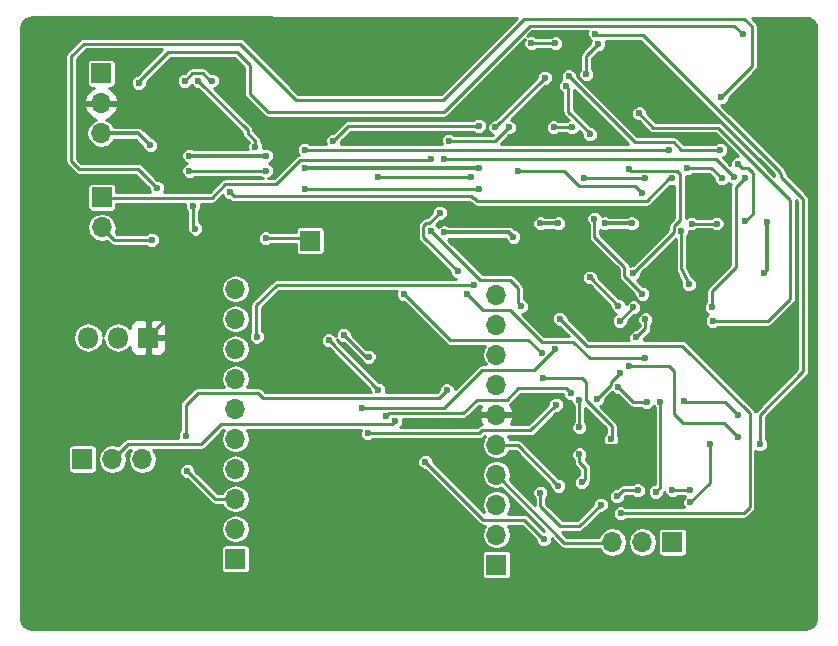
<source format=gbl>
G04 #@! TF.FileFunction,Copper,L2,Bot,Signal*
%FSLAX46Y46*%
G04 Gerber Fmt 4.6, Leading zero omitted, Abs format (unit mm)*
G04 Created by KiCad (PCBNEW 4.0.7) date 11/28/17 14:48:26*
%MOMM*%
%LPD*%
G01*
G04 APERTURE LIST*
%ADD10C,0.100000*%
%ADD11R,1.700000X1.700000*%
%ADD12O,1.700000X1.700000*%
%ADD13R,1.800000X1.800000*%
%ADD14O,1.800000X1.800000*%
%ADD15C,0.600000*%
%ADD16C,0.450000*%
%ADD17C,0.350000*%
%ADD18C,0.250000*%
G04 APERTURE END LIST*
D10*
D11*
X116468359Y-96889499D03*
D12*
X116468359Y-99429499D03*
X116468359Y-101969499D03*
D11*
X114884200Y-129552700D03*
D12*
X117424200Y-129552700D03*
X119964200Y-129552700D03*
D11*
X149936200Y-138493500D03*
D12*
X149936200Y-135953500D03*
X149936200Y-133413500D03*
X149936200Y-130873500D03*
X149936200Y-128333500D03*
X149936200Y-125793500D03*
X149936200Y-123253500D03*
X149936200Y-120713500D03*
X149936200Y-118173500D03*
X149936200Y-115633500D03*
D11*
X164846000Y-136588500D03*
D12*
X162306000Y-136588500D03*
X159766000Y-136588500D03*
D11*
X116532859Y-107381999D03*
D12*
X116532859Y-109921999D03*
D11*
X127838200Y-138010900D03*
D12*
X127838200Y-135470900D03*
X127838200Y-132930900D03*
X127838200Y-130390900D03*
X127838200Y-127850900D03*
X127838200Y-125310900D03*
X127838200Y-122770900D03*
X127838200Y-120230900D03*
X127838200Y-117690900D03*
X127838200Y-115150900D03*
D11*
X134175500Y-111061500D03*
D13*
X120472200Y-119265700D03*
D14*
X117932200Y-119265700D03*
X115392200Y-119265700D03*
D15*
X168148000Y-110236000D03*
X168148000Y-111696500D03*
X153339800Y-118021100D03*
X153924000Y-113957100D03*
X152527000Y-125857000D03*
X155956000Y-128905000D03*
X162560000Y-128397000D03*
X157226000Y-113411000D03*
X160147000Y-113665000D03*
X129540000Y-101600000D03*
X136144000Y-101600000D03*
X149225000Y-109601000D03*
X143383000Y-107950000D03*
X122809000Y-116332000D03*
X126365000Y-100203000D03*
X172593000Y-113792000D03*
X172847000Y-109474000D03*
X161417000Y-109601000D03*
X159131000Y-109601000D03*
X155194000Y-109601000D03*
X153670000Y-109601000D03*
X130429000Y-103886000D03*
X123952000Y-103886000D03*
X151384000Y-110744000D03*
X145542000Y-110363000D03*
X148463000Y-104902000D03*
X133731000Y-104902000D03*
X120650000Y-102997000D03*
X157149800Y-131533900D03*
X155194000Y-131826000D03*
X154813000Y-101473000D03*
X156337000Y-101473000D03*
X156972000Y-129159000D03*
X156972000Y-126873000D03*
X156972000Y-124587000D03*
X141351000Y-126365000D03*
X161163000Y-105029000D03*
X161544000Y-113792000D03*
X161544000Y-116713000D03*
X160401000Y-117856000D03*
X160401000Y-122301000D03*
X158496000Y-124460000D03*
X124460000Y-110045500D03*
X124256800Y-108089700D03*
X121183400Y-106591100D03*
X168960800Y-98920300D03*
X166471600Y-109613700D03*
X168579800Y-109613700D03*
X170992800Y-109435900D03*
X170408600Y-104584500D03*
X165608000Y-110236000D03*
X166243000Y-114744500D03*
X168021000Y-128270000D03*
X166370000Y-133223000D03*
X127381000Y-106934000D03*
X164846000Y-105791000D03*
X123571000Y-97536000D03*
X125857000Y-97536000D03*
X158318200Y-93560900D03*
X161137600Y-121704100D03*
X170434000Y-127723900D03*
X172237400Y-128308100D03*
X158242000Y-109220000D03*
X162306000Y-115570000D03*
X162560000Y-117729000D03*
X161798000Y-119253000D03*
X168173400Y-116700300D03*
X171018200Y-105727500D03*
X157861000Y-102044500D03*
X155854400Y-97929700D03*
X157556200Y-96964500D03*
X158572200Y-94399100D03*
X162306000Y-107061000D03*
X151765000Y-105156000D03*
X168249600Y-117868700D03*
X162026600Y-100291900D03*
X154940000Y-94361000D03*
X152908000Y-94361000D03*
X151003000Y-101473000D03*
X145923000Y-102616000D03*
X144399000Y-104140000D03*
X119659400Y-97701100D03*
X170789600Y-93586300D03*
X170408600Y-125818900D03*
X165862000Y-124650500D03*
X163830000Y-124714000D03*
X163449000Y-132334000D03*
X164846000Y-132207000D03*
X166370000Y-132207000D03*
X169037000Y-105791000D03*
X166116000Y-104902000D03*
X164592000Y-103378000D03*
X133731000Y-103378000D03*
X170053000Y-105664000D03*
X145542000Y-104140000D03*
X139954000Y-123698000D03*
X135763000Y-119507000D03*
X156235400Y-123964700D03*
X140589000Y-125945900D03*
X139128500Y-120904000D03*
X137033000Y-119062500D03*
X130429000Y-110871000D03*
X120777000Y-110998000D03*
X123774200Y-130568700D03*
X123621800Y-127571500D03*
X145745200Y-123736100D03*
X154990800Y-124955300D03*
X139065000Y-127381000D03*
X154940000Y-120269000D03*
X138557000Y-125222000D03*
X130429000Y-105156000D03*
X123952000Y-105156000D03*
X148463000Y-106680000D03*
X133731000Y-106680000D03*
X155295600Y-117665500D03*
X160477200Y-134150100D03*
X153949400Y-136334500D03*
X143916400Y-129781300D03*
X148082000Y-114820700D03*
X129667000Y-119189500D03*
X157861000Y-114173000D03*
X160274000Y-116586000D03*
X162687000Y-124714000D03*
X160274000Y-123444000D03*
X129540000Y-103124000D03*
X124714000Y-97536000D03*
X162560000Y-105791000D03*
X157353000Y-105791000D03*
X145161000Y-108712000D03*
X146685000Y-113665000D03*
X147447000Y-115570000D03*
X162560000Y-121031000D03*
X136144000Y-102616000D03*
X148463000Y-101346000D03*
X156083000Y-97155000D03*
X168910000Y-103378000D03*
X139954000Y-105664000D03*
X147828000Y-105664000D03*
X149860000Y-101473000D03*
X154051000Y-97282000D03*
X158775400Y-133413500D03*
X153670000Y-132397500D03*
X160147000Y-132715000D03*
X161925000Y-132207000D03*
X144399000Y-110236000D03*
X152019000Y-116598700D03*
X142113000Y-115570000D03*
X153797000Y-120586500D03*
X153924000Y-122682000D03*
X159639000Y-127889000D03*
D16*
X168148000Y-111696500D02*
X168148000Y-110236000D01*
D17*
X153339800Y-114541300D02*
X153339800Y-118021100D01*
X153924000Y-113957100D02*
X153339800Y-114541300D01*
X149936200Y-125793500D02*
X149987000Y-125857000D01*
X149987000Y-125857000D02*
X152527000Y-125857000D01*
X155956000Y-128905000D02*
X156464000Y-128397000D01*
D18*
X156464000Y-128397000D02*
X162560000Y-128397000D01*
D17*
X157226000Y-113411000D02*
X157353000Y-113538000D01*
X157353000Y-113538000D02*
X158242000Y-113538000D01*
X158242000Y-113538000D02*
X158369000Y-113665000D01*
X158369000Y-113665000D02*
X160147000Y-113665000D01*
X136144000Y-101600000D02*
X129540000Y-101600000D01*
X149225000Y-109601000D02*
X147574000Y-107950000D01*
X147574000Y-107950000D02*
X143383000Y-107950000D01*
X122809000Y-116332000D02*
X122809000Y-116967000D01*
X122809000Y-116967000D02*
X120523000Y-119253000D01*
X120523000Y-119253000D02*
X120472200Y-119265700D01*
X126365000Y-100203000D02*
X125603000Y-99441000D01*
X125603000Y-99441000D02*
X116459000Y-99441000D01*
X116459000Y-99441000D02*
X116468359Y-99429499D01*
X172847000Y-113538000D02*
X172593000Y-113792000D01*
X172847000Y-109474000D02*
X172847000Y-113538000D01*
X161417000Y-109601000D02*
X159131000Y-109601000D01*
X155194000Y-109601000D02*
X153670000Y-109601000D01*
X130429000Y-103886000D02*
X123952000Y-103886000D01*
X151384000Y-110744000D02*
X151003000Y-110363000D01*
X151003000Y-110363000D02*
X145542000Y-110363000D01*
X148463000Y-104902000D02*
X133731000Y-104902000D01*
X120650000Y-102997000D02*
X119634000Y-101981000D01*
X119634000Y-101981000D02*
X116459000Y-101981000D01*
X116459000Y-101981000D02*
X116468359Y-101969499D01*
D18*
X157473650Y-131210050D02*
X157473650Y-130295650D01*
X157149800Y-131533900D02*
X157473650Y-131210050D01*
X155194000Y-131826000D02*
X151765000Y-128397000D01*
X151765000Y-128397000D02*
X149987000Y-128397000D01*
X149987000Y-128397000D02*
X149936200Y-128333500D01*
X154813000Y-101473000D02*
X156337000Y-101473000D01*
X156972000Y-129794000D02*
X157473650Y-130295650D01*
X156972000Y-129159000D02*
X156972000Y-129794000D01*
X156972000Y-124587000D02*
X156972000Y-126873000D01*
X141351000Y-126365000D02*
X141097000Y-126619000D01*
X141097000Y-126619000D02*
X126619000Y-126619000D01*
X126619000Y-126619000D02*
X124968000Y-128270000D01*
X124968000Y-128270000D02*
X118745000Y-128270000D01*
X118745000Y-128270000D02*
X117475000Y-129540000D01*
X117475000Y-129540000D02*
X117424200Y-129552700D01*
X161163000Y-105029000D02*
X161290000Y-105156000D01*
X161290000Y-105156000D02*
X165227000Y-105156000D01*
X165227000Y-105156000D02*
X165481000Y-105410000D01*
X165481000Y-105410000D02*
X165481000Y-109347000D01*
X165481000Y-109347000D02*
X164973000Y-109855000D01*
X164973000Y-109855000D02*
X164973000Y-110363000D01*
X164973000Y-110363000D02*
X161544000Y-113792000D01*
X161544000Y-116713000D02*
X160401000Y-117856000D01*
X160401000Y-122301000D02*
X159639000Y-123063000D01*
X159639000Y-123063000D02*
X159639000Y-123317000D01*
X159639000Y-123317000D02*
X158496000Y-124460000D01*
X124460000Y-110045500D02*
X124256800Y-109842300D01*
X124256800Y-109842300D02*
X124256800Y-108089700D01*
X121183400Y-106591100D02*
X119557800Y-104965500D01*
X119557800Y-104965500D02*
X114579400Y-104965500D01*
X114579400Y-104965500D02*
X113944400Y-104330500D01*
X113944400Y-104330500D02*
X113944400Y-95465900D01*
X113944400Y-95465900D02*
X115036600Y-94373700D01*
X115036600Y-94373700D02*
X128193800Y-94373700D01*
X128193800Y-94373700D02*
X132969000Y-99148900D01*
X132969000Y-99148900D02*
X145440400Y-99148900D01*
X145440400Y-99148900D02*
X152298400Y-92290900D01*
X152298400Y-92290900D02*
X170942000Y-92290900D01*
X170942000Y-92290900D02*
X171577000Y-92925900D01*
X171577000Y-92925900D02*
X171577000Y-96304100D01*
X171577000Y-96304100D02*
X168960800Y-98920300D01*
X168579800Y-109613700D02*
X166471600Y-109613700D01*
X171653200Y-108775500D02*
X170992800Y-109435900D01*
X171653200Y-105371900D02*
X171653200Y-108775500D01*
X171221400Y-104940100D02*
X171653200Y-105371900D01*
X170764200Y-104940100D02*
X171221400Y-104940100D01*
X170408600Y-104584500D02*
X170764200Y-104940100D01*
X165608000Y-110236000D02*
X165608000Y-113411000D01*
X165608000Y-113411000D02*
X166243000Y-114744500D01*
X168021000Y-128270000D02*
X168021000Y-131572000D01*
X168021000Y-131572000D02*
X166370000Y-133223000D01*
X127381000Y-106934000D02*
X127762000Y-107315000D01*
X127762000Y-107315000D02*
X147828000Y-107315000D01*
X147828000Y-107315000D02*
X147955000Y-107442000D01*
X147955000Y-107442000D02*
X148082000Y-107442000D01*
X148082000Y-107442000D02*
X148336000Y-107696000D01*
X148336000Y-107696000D02*
X162687000Y-107696000D01*
X162687000Y-107696000D02*
X164592000Y-105791000D01*
X164592000Y-105791000D02*
X164846000Y-105791000D01*
X123571000Y-97536000D02*
X124206000Y-96901000D01*
X124206000Y-96901000D02*
X125095000Y-96901000D01*
X125095000Y-96901000D02*
X125730000Y-97536000D01*
X125730000Y-97536000D02*
X125857000Y-97536000D01*
X174066200Y-105498900D02*
X174066200Y-105676700D01*
X158318200Y-93560900D02*
X158394400Y-93637100D01*
X158394400Y-93637100D02*
X162331400Y-93637100D01*
X162331400Y-93637100D02*
X173913800Y-105219500D01*
X173913800Y-105219500D02*
X173913800Y-105346500D01*
X173913800Y-105346500D02*
X174066200Y-105498900D01*
X164566600Y-121704100D02*
X161137600Y-121704100D01*
X164947600Y-122085100D02*
X164566600Y-121704100D01*
X164947600Y-124167900D02*
X164947600Y-122085100D01*
X164998400Y-124218700D02*
X164947600Y-124167900D01*
X164998400Y-125768100D02*
X164998400Y-124218700D01*
X165760400Y-126530100D02*
X164998400Y-125768100D01*
X169240200Y-126530100D02*
X165760400Y-126530100D01*
X170434000Y-127723900D02*
X169240200Y-126530100D01*
X172237400Y-125818900D02*
X172237400Y-128308100D01*
X175920400Y-122135900D02*
X172237400Y-125818900D01*
X175920400Y-107530900D02*
X175920400Y-122135900D01*
X174066200Y-105676700D02*
X175920400Y-107530900D01*
X158242000Y-109220000D02*
X158242000Y-110744000D01*
X158242000Y-110744000D02*
X160782000Y-113284000D01*
X160782000Y-113284000D02*
X160782000Y-114046000D01*
X160782000Y-114046000D02*
X162306000Y-115570000D01*
X162560000Y-117729000D02*
X162560000Y-118491000D01*
X162560000Y-118491000D02*
X161798000Y-119253000D01*
X168173400Y-116700300D02*
X168198800Y-116674900D01*
X168198800Y-116674900D02*
X168198800Y-115328700D01*
X168198800Y-115328700D02*
X170205400Y-113322100D01*
X170205400Y-113322100D02*
X170205400Y-106616500D01*
X170205400Y-106540300D02*
X170205400Y-106616500D01*
X171018200Y-105727500D02*
X170205400Y-106540300D01*
X157861000Y-101968300D02*
X157861000Y-102044500D01*
X156032200Y-100139500D02*
X157861000Y-101968300D01*
X156032200Y-98107500D02*
X156032200Y-100139500D01*
X155854400Y-97929700D02*
X156032200Y-98107500D01*
X157556200Y-95415100D02*
X157556200Y-96964500D01*
X158572200Y-94399100D02*
X157556200Y-95415100D01*
X162306000Y-107061000D02*
X161671000Y-106426000D01*
X161671000Y-106426000D02*
X156972000Y-106426000D01*
X156972000Y-106426000D02*
X155702000Y-105156000D01*
X155702000Y-105156000D02*
X151765000Y-105156000D01*
X172897800Y-117868700D02*
X168249600Y-117868700D01*
X174802800Y-115963700D02*
X172897800Y-117868700D01*
X174802800Y-107607100D02*
X174802800Y-115963700D01*
X168681400Y-101485700D02*
X174802800Y-107607100D01*
X163220400Y-101485700D02*
X168681400Y-101485700D01*
X162026600Y-100291900D02*
X163220400Y-101485700D01*
X154940000Y-94361000D02*
X152908000Y-94361000D01*
X151003000Y-101473000D02*
X149860000Y-102616000D01*
X149860000Y-102616000D02*
X145923000Y-102616000D01*
X144399000Y-104140000D02*
X144272000Y-104267000D01*
X144272000Y-104267000D02*
X133350000Y-104267000D01*
X133350000Y-104267000D02*
X131318000Y-106299000D01*
X131318000Y-106299000D02*
X127000000Y-106299000D01*
X127000000Y-106299000D02*
X125857000Y-107442000D01*
X125857000Y-107442000D02*
X116586000Y-107442000D01*
X116586000Y-107442000D02*
X116532859Y-107381999D01*
X119659400Y-97574100D02*
X119659400Y-97701100D01*
X122148600Y-95084900D02*
X119659400Y-97574100D01*
X127965200Y-95084900D02*
X122148600Y-95084900D01*
X129082800Y-96202500D02*
X127965200Y-95084900D01*
X129082800Y-98640900D02*
X129082800Y-96202500D01*
X130606800Y-100164900D02*
X129082800Y-98640900D01*
X145465800Y-100164900D02*
X130606800Y-100164900D01*
X152781000Y-92849700D02*
X145465800Y-100164900D01*
X170053000Y-92849700D02*
X152781000Y-92849700D01*
X170789600Y-93586300D02*
X170053000Y-92849700D01*
X169316400Y-124726700D02*
X170408600Y-125818900D01*
X165938200Y-124726700D02*
X169316400Y-124726700D01*
X165862000Y-124650500D02*
X165938200Y-124726700D01*
X163830000Y-124714000D02*
X163830000Y-131953000D01*
X163830000Y-131953000D02*
X163449000Y-132334000D01*
X164846000Y-132207000D02*
X166370000Y-132207000D01*
X169037000Y-105791000D02*
X168148000Y-104902000D01*
X168148000Y-104902000D02*
X166116000Y-104902000D01*
X164592000Y-103378000D02*
X133731000Y-103378000D01*
X170053000Y-105664000D02*
X168529000Y-104140000D01*
X168529000Y-104140000D02*
X145542000Y-104140000D01*
X139954000Y-123698000D02*
X135763000Y-119507000D01*
X156235400Y-123964700D02*
X155803600Y-123532900D01*
X155803600Y-123532900D02*
X151790400Y-123532900D01*
X151790400Y-123532900D02*
X150799800Y-124523500D01*
X150799800Y-124523500D02*
X148259800Y-124523500D01*
X148259800Y-124523500D02*
X147111298Y-125672002D01*
X147111298Y-125672002D02*
X140862898Y-125672002D01*
X140862898Y-125672002D02*
X140589000Y-125945900D01*
X138874500Y-120904000D02*
X139128500Y-120904000D01*
X137033000Y-119062500D02*
X138874500Y-120904000D01*
X133870700Y-110871000D02*
X130429000Y-110871000D01*
X134175500Y-111061500D02*
X134124700Y-111125000D01*
X134124700Y-111125000D02*
X133870700Y-110871000D01*
X134175500Y-111061500D02*
X134124700Y-111125000D01*
X149936200Y-130873500D02*
X149987000Y-130937000D01*
X149987000Y-130937000D02*
X155702000Y-136652000D01*
X155702000Y-136652000D02*
X159766000Y-136652000D01*
X159766000Y-136652000D02*
X159766000Y-136588500D01*
X116532859Y-109921999D02*
X116586000Y-109982000D01*
X116586000Y-109982000D02*
X117602000Y-110998000D01*
X117602000Y-110998000D02*
X120777000Y-110998000D01*
X126136400Y-132930900D02*
X127838200Y-132930900D01*
X123774200Y-130568700D02*
X126136400Y-132930900D01*
X123621800Y-125006100D02*
X123621800Y-127571500D01*
X124637800Y-123990100D02*
X123621800Y-125006100D01*
X129794000Y-123990100D02*
X124637800Y-123990100D01*
X130175000Y-124371100D02*
X129794000Y-123990100D01*
X145110200Y-124371100D02*
X130175000Y-124371100D01*
X145745200Y-123736100D02*
X145110200Y-124371100D01*
X152349200Y-127127000D02*
X152819100Y-127127000D01*
X152819100Y-127127000D02*
X154990800Y-124955300D01*
X152400000Y-127127000D02*
X152349200Y-127127000D01*
X152349200Y-127127000D02*
X148717000Y-127127000D01*
X148717000Y-127127000D02*
X148463000Y-127381000D01*
X148463000Y-127381000D02*
X139065000Y-127381000D01*
X154940000Y-120269000D02*
X153162000Y-122047000D01*
X153162000Y-122047000D02*
X148717000Y-122047000D01*
X148717000Y-122047000D02*
X145542000Y-125222000D01*
X145542000Y-125222000D02*
X138557000Y-125222000D01*
X130429000Y-105156000D02*
X123952000Y-105156000D01*
X148463000Y-106680000D02*
X133731000Y-106680000D01*
X157581600Y-119951500D02*
X155295600Y-117665500D01*
X165633400Y-119951500D02*
X157581600Y-119951500D01*
X171373800Y-125691900D02*
X165633400Y-119951500D01*
X171373800Y-133642100D02*
X171373800Y-125691900D01*
X170891200Y-134124700D02*
X171373800Y-133642100D01*
X160502600Y-134124700D02*
X170891200Y-134124700D01*
X160477200Y-134150100D02*
X160502600Y-134124700D01*
X153924000Y-136334500D02*
X153949400Y-136334500D01*
X152273000Y-134683500D02*
X153924000Y-136334500D01*
X148818600Y-134683500D02*
X152273000Y-134683500D01*
X143916400Y-129781300D02*
X148818600Y-134683500D01*
X131343400Y-114820700D02*
X148082000Y-114820700D01*
X129616200Y-116547900D02*
X131343400Y-114820700D01*
X129616200Y-119138700D02*
X129616200Y-116547900D01*
X129667000Y-119189500D02*
X129616200Y-119138700D01*
X157861000Y-114173000D02*
X160274000Y-116586000D01*
X161544000Y-124714000D02*
X162687000Y-124714000D01*
X160274000Y-123444000D02*
X161544000Y-124714000D01*
X129540000Y-103124000D02*
X129540000Y-102616000D01*
X129540000Y-102616000D02*
X128905000Y-101981000D01*
X128905000Y-101981000D02*
X128905000Y-101727000D01*
X128905000Y-101727000D02*
X124714000Y-97536000D01*
X162560000Y-105791000D02*
X157353000Y-105791000D01*
X145161000Y-108712000D02*
X144272000Y-109601000D01*
X144272000Y-109601000D02*
X144018000Y-109601000D01*
X144018000Y-109601000D02*
X143764000Y-109855000D01*
X143764000Y-109855000D02*
X143764000Y-110744000D01*
X143764000Y-110744000D02*
X146685000Y-113665000D01*
X147447000Y-115570000D02*
X148844000Y-116967000D01*
X148844000Y-116967000D02*
X151130000Y-116967000D01*
X151130000Y-116967000D02*
X153797000Y-119634000D01*
X153797000Y-119634000D02*
X156464000Y-119634000D01*
X156464000Y-119634000D02*
X157861000Y-121031000D01*
X157861000Y-121031000D02*
X162560000Y-121031000D01*
X136144000Y-102616000D02*
X137414000Y-101346000D01*
X137414000Y-101346000D02*
X148463000Y-101346000D01*
X156083000Y-97155000D02*
X161671000Y-102743000D01*
X161671000Y-102743000D02*
X164973000Y-102743000D01*
X164973000Y-102743000D02*
X165608000Y-103378000D01*
X165608000Y-103378000D02*
X168910000Y-103378000D01*
X139954000Y-105664000D02*
X147828000Y-105664000D01*
X149860000Y-101473000D02*
X154051000Y-97282000D01*
X158775400Y-133413500D02*
X156946600Y-135242300D01*
X156946600Y-135242300D02*
X155346400Y-135242300D01*
X155346400Y-135242300D02*
X153670000Y-133565900D01*
X153670000Y-133565900D02*
X153670000Y-132397500D01*
X160147000Y-132715000D02*
X160655000Y-132207000D01*
X160655000Y-132207000D02*
X161925000Y-132207000D01*
X151771350Y-116351050D02*
X151771350Y-115068350D01*
X144399000Y-110236000D02*
X148590000Y-114427000D01*
X148590000Y-114427000D02*
X151130000Y-114427000D01*
X151130000Y-114427000D02*
X151771350Y-115068350D01*
X152019000Y-116598700D02*
X151771350Y-116351050D01*
X145986500Y-119443500D02*
X142113000Y-115570000D01*
X152654000Y-119443500D02*
X145986500Y-119443500D01*
X153797000Y-120586500D02*
X152654000Y-119443500D01*
X157226000Y-122682000D02*
X153924000Y-122682000D01*
X157543500Y-122999500D02*
X157226000Y-122682000D01*
X157543500Y-124587000D02*
X157543500Y-122999500D01*
X159702500Y-126746000D02*
X157543500Y-124587000D01*
X159702500Y-127825500D02*
X159702500Y-126746000D01*
X159639000Y-127889000D02*
X159702500Y-127825500D01*
G36*
X151706120Y-92176073D02*
X145233294Y-98648900D01*
X133176107Y-98648900D01*
X128547353Y-94020147D01*
X128385142Y-93911760D01*
X128193800Y-93873700D01*
X115036600Y-93873700D01*
X114845258Y-93911760D01*
X114683047Y-94020147D01*
X113590847Y-95112347D01*
X113482460Y-95274558D01*
X113444400Y-95465900D01*
X113444400Y-104330500D01*
X113476833Y-104493553D01*
X113482460Y-104521842D01*
X113590847Y-104684053D01*
X114225847Y-105319054D01*
X114323086Y-105384026D01*
X114388058Y-105427440D01*
X114579400Y-105465500D01*
X119350694Y-105465500D01*
X120508372Y-106623178D01*
X120508283Y-106724777D01*
X120598038Y-106942000D01*
X117765205Y-106942000D01*
X117765205Y-106531999D01*
X117739057Y-106393033D01*
X117656928Y-106265400D01*
X117531613Y-106179776D01*
X117382859Y-106149653D01*
X115682859Y-106149653D01*
X115543893Y-106175801D01*
X115416260Y-106257930D01*
X115330636Y-106383245D01*
X115300513Y-106531999D01*
X115300513Y-108231999D01*
X115326661Y-108370965D01*
X115408790Y-108498598D01*
X115534105Y-108584222D01*
X115682859Y-108614345D01*
X117382859Y-108614345D01*
X117521825Y-108588197D01*
X117649458Y-108506068D01*
X117735082Y-108380753D01*
X117765205Y-108231999D01*
X117765205Y-107942000D01*
X123587251Y-107942000D01*
X123581917Y-107954845D01*
X123581683Y-108223377D01*
X123684229Y-108471557D01*
X123756800Y-108544255D01*
X123756800Y-109842300D01*
X123785053Y-109984337D01*
X123784883Y-110179177D01*
X123887429Y-110427357D01*
X124077144Y-110617403D01*
X124325145Y-110720383D01*
X124593677Y-110720617D01*
X124841857Y-110618071D01*
X125031903Y-110428356D01*
X125134883Y-110180355D01*
X125135117Y-109911823D01*
X125032571Y-109663643D01*
X124842856Y-109473597D01*
X124756800Y-109437863D01*
X124756800Y-108544334D01*
X124828703Y-108472556D01*
X124931683Y-108224555D01*
X124931917Y-107956023D01*
X124926123Y-107942000D01*
X125857000Y-107942000D01*
X126048342Y-107903940D01*
X126210553Y-107795553D01*
X126773875Y-107232231D01*
X126808429Y-107315857D01*
X126998144Y-107505903D01*
X127246145Y-107608883D01*
X127348866Y-107608973D01*
X127408446Y-107668553D01*
X127565522Y-107773508D01*
X127570658Y-107776940D01*
X127762000Y-107815000D01*
X147630551Y-107815000D01*
X147763658Y-107903940D01*
X147855003Y-107922110D01*
X147982446Y-108049553D01*
X148117954Y-108140097D01*
X148144658Y-108157940D01*
X148336000Y-108196000D01*
X162687000Y-108196000D01*
X162878342Y-108157940D01*
X163040553Y-108049553D01*
X164649727Y-106440380D01*
X164711145Y-106465883D01*
X164979677Y-106466117D01*
X164981000Y-106465570D01*
X164981000Y-109139893D01*
X164619447Y-109501447D01*
X164511060Y-109663658D01*
X164473000Y-109855000D01*
X164473000Y-110155893D01*
X161511922Y-113116972D01*
X161410323Y-113116883D01*
X161261029Y-113178570D01*
X161243940Y-113092658D01*
X161208515Y-113039641D01*
X161135553Y-112930446D01*
X158742000Y-110536894D01*
X158742000Y-110166748D01*
X158748144Y-110172903D01*
X158996145Y-110275883D01*
X159264677Y-110276117D01*
X159512857Y-110173571D01*
X159535467Y-110151000D01*
X161012279Y-110151000D01*
X161034144Y-110172903D01*
X161282145Y-110275883D01*
X161550677Y-110276117D01*
X161798857Y-110173571D01*
X161988903Y-109983856D01*
X162091883Y-109735855D01*
X162092117Y-109467323D01*
X161989571Y-109219143D01*
X161799856Y-109029097D01*
X161551855Y-108926117D01*
X161283323Y-108925883D01*
X161035143Y-109028429D01*
X161012533Y-109051000D01*
X159535721Y-109051000D01*
X159513856Y-109029097D01*
X159265855Y-108926117D01*
X158997323Y-108925883D01*
X158872188Y-108977588D01*
X158814571Y-108838143D01*
X158624856Y-108648097D01*
X158376855Y-108545117D01*
X158108323Y-108544883D01*
X157860143Y-108647429D01*
X157670097Y-108837144D01*
X157567117Y-109085145D01*
X157566883Y-109353677D01*
X157669429Y-109601857D01*
X157742000Y-109674555D01*
X157742000Y-110744000D01*
X157775616Y-110913000D01*
X157780060Y-110935342D01*
X157888447Y-111097553D01*
X160282000Y-113491107D01*
X160282000Y-114046000D01*
X160307049Y-114171929D01*
X160320060Y-114237342D01*
X160428447Y-114399553D01*
X161630972Y-115602078D01*
X161630883Y-115703677D01*
X161733429Y-115951857D01*
X161919142Y-116137894D01*
X161678855Y-116038117D01*
X161410323Y-116037883D01*
X161162143Y-116140429D01*
X160972097Y-116330144D01*
X160935274Y-116418822D01*
X160846571Y-116204143D01*
X160656856Y-116014097D01*
X160408855Y-115911117D01*
X160306134Y-115911027D01*
X158536028Y-114140922D01*
X158536117Y-114039323D01*
X158433571Y-113791143D01*
X158243856Y-113601097D01*
X157995855Y-113498117D01*
X157727323Y-113497883D01*
X157479143Y-113600429D01*
X157289097Y-113790144D01*
X157186117Y-114038145D01*
X157185883Y-114306677D01*
X157288429Y-114554857D01*
X157478144Y-114744903D01*
X157726145Y-114847883D01*
X157828866Y-114847973D01*
X159598972Y-116618078D01*
X159598883Y-116719677D01*
X159701429Y-116967857D01*
X159891144Y-117157903D01*
X160106508Y-117247331D01*
X160019143Y-117283429D01*
X159829097Y-117473144D01*
X159726117Y-117721145D01*
X159725883Y-117989677D01*
X159828429Y-118237857D01*
X160018144Y-118427903D01*
X160266145Y-118530883D01*
X160534677Y-118531117D01*
X160782857Y-118428571D01*
X160972903Y-118238856D01*
X161075883Y-117990855D01*
X161075973Y-117888133D01*
X161576078Y-117388028D01*
X161677677Y-117388117D01*
X161925857Y-117285571D01*
X162115903Y-117095856D01*
X162218883Y-116847855D01*
X162219117Y-116579323D01*
X162116571Y-116331143D01*
X161930858Y-116145106D01*
X162171145Y-116244883D01*
X162439677Y-116245117D01*
X162687857Y-116142571D01*
X162877903Y-115952856D01*
X162980883Y-115704855D01*
X162981117Y-115436323D01*
X162878571Y-115188143D01*
X162688856Y-114998097D01*
X162440855Y-114895117D01*
X162338134Y-114895027D01*
X161842231Y-114399125D01*
X161925857Y-114364571D01*
X162115903Y-114174856D01*
X162218883Y-113926855D01*
X162218973Y-113824134D01*
X165108000Y-110935107D01*
X165108000Y-113411000D01*
X165110559Y-113423865D01*
X165108668Y-113436848D01*
X165129505Y-113519112D01*
X165146060Y-113602342D01*
X165153349Y-113613251D01*
X165156570Y-113625967D01*
X165594608Y-114545847D01*
X165568117Y-114609645D01*
X165567883Y-114878177D01*
X165670429Y-115126357D01*
X165860144Y-115316403D01*
X166108145Y-115419383D01*
X166376677Y-115419617D01*
X166624857Y-115317071D01*
X166814903Y-115127356D01*
X166917883Y-114879355D01*
X166918117Y-114610823D01*
X166815571Y-114362643D01*
X166625856Y-114172597D01*
X166499470Y-114120116D01*
X166108000Y-113298030D01*
X166108000Y-110690634D01*
X166179903Y-110618856D01*
X166282883Y-110370855D01*
X166282974Y-110266255D01*
X166336745Y-110288583D01*
X166605277Y-110288817D01*
X166853457Y-110186271D01*
X166926155Y-110113700D01*
X168125166Y-110113700D01*
X168196944Y-110185603D01*
X168444945Y-110288583D01*
X168713477Y-110288817D01*
X168961657Y-110186271D01*
X169151703Y-109996556D01*
X169254683Y-109748555D01*
X169254917Y-109480023D01*
X169152371Y-109231843D01*
X168962656Y-109041797D01*
X168714655Y-108938817D01*
X168446123Y-108938583D01*
X168197943Y-109041129D01*
X168125245Y-109113700D01*
X166926234Y-109113700D01*
X166854456Y-109041797D01*
X166606455Y-108938817D01*
X166337923Y-108938583D01*
X166089743Y-109041129D01*
X165981000Y-109149683D01*
X165981000Y-105576823D01*
X165981145Y-105576883D01*
X166249677Y-105577117D01*
X166497857Y-105474571D01*
X166570555Y-105402000D01*
X167940894Y-105402000D01*
X168361972Y-105823078D01*
X168361883Y-105924677D01*
X168464429Y-106172857D01*
X168654144Y-106362903D01*
X168902145Y-106465883D01*
X169170677Y-106466117D01*
X169418857Y-106363571D01*
X169608553Y-106174205D01*
X169670144Y-106235903D01*
X169786671Y-106284290D01*
X169743460Y-106348958D01*
X169705400Y-106540300D01*
X169705400Y-113114994D01*
X167845247Y-114975147D01*
X167736860Y-115137358D01*
X167698800Y-115328700D01*
X167698800Y-116220310D01*
X167601497Y-116317444D01*
X167498517Y-116565445D01*
X167498283Y-116833977D01*
X167600829Y-117082157D01*
X167790544Y-117272203D01*
X167861991Y-117301871D01*
X167677697Y-117485844D01*
X167574717Y-117733845D01*
X167574483Y-118002377D01*
X167677029Y-118250557D01*
X167866744Y-118440603D01*
X168114745Y-118543583D01*
X168383277Y-118543817D01*
X168631457Y-118441271D01*
X168704155Y-118368700D01*
X172897800Y-118368700D01*
X173089142Y-118330640D01*
X173251353Y-118222253D01*
X175156354Y-116317253D01*
X175264740Y-116155042D01*
X175302800Y-115963700D01*
X175302800Y-107620407D01*
X175420400Y-107738007D01*
X175420400Y-121928793D01*
X171883847Y-125465347D01*
X171841379Y-125528905D01*
X171835740Y-125500558D01*
X171761277Y-125389117D01*
X171727354Y-125338347D01*
X165986953Y-119597947D01*
X165824742Y-119489560D01*
X165819413Y-119488500D01*
X165633400Y-119451500D01*
X162446455Y-119451500D01*
X162472883Y-119387855D01*
X162472973Y-119285134D01*
X162913554Y-118844553D01*
X163004163Y-118708947D01*
X163021940Y-118682342D01*
X163060000Y-118491000D01*
X163060000Y-118183634D01*
X163131903Y-118111856D01*
X163234883Y-117863855D01*
X163235117Y-117595323D01*
X163132571Y-117347143D01*
X162942856Y-117157097D01*
X162694855Y-117054117D01*
X162426323Y-117053883D01*
X162178143Y-117156429D01*
X161988097Y-117346144D01*
X161885117Y-117594145D01*
X161884883Y-117862677D01*
X161987429Y-118110857D01*
X162060000Y-118183555D01*
X162060000Y-118283893D01*
X161765922Y-118577972D01*
X161664323Y-118577883D01*
X161416143Y-118680429D01*
X161226097Y-118870144D01*
X161123117Y-119118145D01*
X161122883Y-119386677D01*
X161149667Y-119451500D01*
X157788707Y-119451500D01*
X155970628Y-117633422D01*
X155970717Y-117531823D01*
X155868171Y-117283643D01*
X155678456Y-117093597D01*
X155430455Y-116990617D01*
X155161923Y-116990383D01*
X154913743Y-117092929D01*
X154723697Y-117282644D01*
X154620717Y-117530645D01*
X154620483Y-117799177D01*
X154723029Y-118047357D01*
X154912744Y-118237403D01*
X155160745Y-118340383D01*
X155263466Y-118340473D01*
X156056994Y-119134000D01*
X154004107Y-119134000D01*
X152143916Y-117273809D01*
X152152677Y-117273817D01*
X152400857Y-117171271D01*
X152590903Y-116981556D01*
X152693883Y-116733555D01*
X152694117Y-116465023D01*
X152591571Y-116216843D01*
X152401856Y-116026797D01*
X152271350Y-115972606D01*
X152271350Y-115068350D01*
X152233290Y-114877008D01*
X152124903Y-114714797D01*
X151483553Y-114073447D01*
X151321342Y-113965060D01*
X151130000Y-113927000D01*
X148797106Y-113927000D01*
X145840231Y-110970125D01*
X145923857Y-110935571D01*
X145946467Y-110913000D01*
X150723478Y-110913000D01*
X150811429Y-111125857D01*
X151001144Y-111315903D01*
X151249145Y-111418883D01*
X151517677Y-111419117D01*
X151765857Y-111316571D01*
X151955903Y-111126856D01*
X152058883Y-110878855D01*
X152059117Y-110610323D01*
X151956571Y-110362143D01*
X151766856Y-110172097D01*
X151518855Y-110069117D01*
X151486907Y-110069089D01*
X151391909Y-109974091D01*
X151213476Y-109854866D01*
X151003000Y-109813000D01*
X145946721Y-109813000D01*
X145924856Y-109791097D01*
X145788983Y-109734677D01*
X152994883Y-109734677D01*
X153097429Y-109982857D01*
X153287144Y-110172903D01*
X153535145Y-110275883D01*
X153803677Y-110276117D01*
X154051857Y-110173571D01*
X154074467Y-110151000D01*
X154789279Y-110151000D01*
X154811144Y-110172903D01*
X155059145Y-110275883D01*
X155327677Y-110276117D01*
X155575857Y-110173571D01*
X155765903Y-109983856D01*
X155868883Y-109735855D01*
X155869117Y-109467323D01*
X155766571Y-109219143D01*
X155576856Y-109029097D01*
X155328855Y-108926117D01*
X155060323Y-108925883D01*
X154812143Y-109028429D01*
X154789533Y-109051000D01*
X154074721Y-109051000D01*
X154052856Y-109029097D01*
X153804855Y-108926117D01*
X153536323Y-108925883D01*
X153288143Y-109028429D01*
X153098097Y-109218144D01*
X152995117Y-109466145D01*
X152994883Y-109734677D01*
X145788983Y-109734677D01*
X145676855Y-109688117D01*
X145408323Y-109687883D01*
X145160143Y-109790429D01*
X145008000Y-109942307D01*
X144971571Y-109854143D01*
X144848874Y-109731232D01*
X145193078Y-109387028D01*
X145294677Y-109387117D01*
X145542857Y-109284571D01*
X145732903Y-109094856D01*
X145835883Y-108846855D01*
X145836117Y-108578323D01*
X145733571Y-108330143D01*
X145543856Y-108140097D01*
X145295855Y-108037117D01*
X145027323Y-108036883D01*
X144779143Y-108139429D01*
X144589097Y-108329144D01*
X144486117Y-108577145D01*
X144486027Y-108679867D01*
X144064894Y-109101000D01*
X144018000Y-109101000D01*
X143826658Y-109139060D01*
X143664446Y-109247447D01*
X143410447Y-109501447D01*
X143302060Y-109663658D01*
X143264000Y-109855000D01*
X143264000Y-110744000D01*
X143297616Y-110913000D01*
X143302060Y-110935342D01*
X143410447Y-111097553D01*
X146009972Y-113697078D01*
X146009883Y-113798677D01*
X146112429Y-114046857D01*
X146302144Y-114236903D01*
X146503948Y-114320700D01*
X131343400Y-114320700D01*
X131152058Y-114358760D01*
X131091008Y-114399553D01*
X130989847Y-114467146D01*
X129262647Y-116194347D01*
X129154260Y-116356558D01*
X129116200Y-116547900D01*
X129116200Y-118785578D01*
X129095097Y-118806644D01*
X128992117Y-119054645D01*
X128991883Y-119323177D01*
X129094429Y-119571357D01*
X129284144Y-119761403D01*
X129532145Y-119864383D01*
X129800677Y-119864617D01*
X130048857Y-119762071D01*
X130238903Y-119572356D01*
X130341883Y-119324355D01*
X130342117Y-119055823D01*
X130239571Y-118807643D01*
X130116200Y-118684057D01*
X130116200Y-116755006D01*
X131550507Y-115320700D01*
X141485639Y-115320700D01*
X141438117Y-115435145D01*
X141437883Y-115703677D01*
X141540429Y-115951857D01*
X141730144Y-116141903D01*
X141978145Y-116244883D01*
X142080866Y-116244973D01*
X145632946Y-119797053D01*
X145766280Y-119886144D01*
X145795158Y-119905440D01*
X145986500Y-119943500D01*
X148981712Y-119943500D01*
X148780449Y-120244713D01*
X148687201Y-120713500D01*
X148780449Y-121182287D01*
X149024142Y-121547000D01*
X148717000Y-121547000D01*
X148555536Y-121579117D01*
X148525658Y-121585060D01*
X148363447Y-121693447D01*
X146420287Y-123636607D01*
X146420317Y-123602423D01*
X146317771Y-123354243D01*
X146128056Y-123164197D01*
X145880055Y-123061217D01*
X145611523Y-123060983D01*
X145363343Y-123163529D01*
X145173297Y-123353244D01*
X145070317Y-123601245D01*
X145070227Y-123703966D01*
X144903094Y-123871100D01*
X140613002Y-123871100D01*
X140628883Y-123832855D01*
X140629117Y-123564323D01*
X140526571Y-123316143D01*
X140336856Y-123126097D01*
X140088855Y-123023117D01*
X139986133Y-123023027D01*
X136438028Y-119474922D01*
X136438102Y-119390322D01*
X136460429Y-119444357D01*
X136650144Y-119634403D01*
X136898145Y-119737383D01*
X137000866Y-119737473D01*
X138520946Y-121257553D01*
X138553116Y-121279048D01*
X138555929Y-121285857D01*
X138745644Y-121475903D01*
X138993645Y-121578883D01*
X139262177Y-121579117D01*
X139510357Y-121476571D01*
X139700403Y-121286856D01*
X139803383Y-121038855D01*
X139803617Y-120770323D01*
X139701071Y-120522143D01*
X139511356Y-120332097D01*
X139263355Y-120229117D01*
X138994823Y-120228883D01*
X138932317Y-120254710D01*
X137708028Y-119030422D01*
X137708117Y-118928823D01*
X137605571Y-118680643D01*
X137415856Y-118490597D01*
X137167855Y-118387617D01*
X136899323Y-118387383D01*
X136651143Y-118489929D01*
X136461097Y-118679644D01*
X136358117Y-118927645D01*
X136357898Y-119179178D01*
X136335571Y-119125143D01*
X136145856Y-118935097D01*
X135897855Y-118832117D01*
X135629323Y-118831883D01*
X135381143Y-118934429D01*
X135191097Y-119124144D01*
X135088117Y-119372145D01*
X135087883Y-119640677D01*
X135190429Y-119888857D01*
X135380144Y-120078903D01*
X135628145Y-120181883D01*
X135730867Y-120181973D01*
X139278972Y-123730078D01*
X139278883Y-123831677D01*
X139295172Y-123871100D01*
X130382107Y-123871100D01*
X130147553Y-123636547D01*
X129985342Y-123528160D01*
X129794000Y-123490100D01*
X128826631Y-123490100D01*
X128993951Y-123239687D01*
X129087199Y-122770900D01*
X128993951Y-122302113D01*
X128728405Y-121904694D01*
X128330986Y-121639148D01*
X127862199Y-121545900D01*
X127814201Y-121545900D01*
X127345414Y-121639148D01*
X126947995Y-121904694D01*
X126682449Y-122302113D01*
X126589201Y-122770900D01*
X126682449Y-123239687D01*
X126849769Y-123490100D01*
X124637800Y-123490100D01*
X124446458Y-123528160D01*
X124284247Y-123636547D01*
X123268247Y-124652547D01*
X123159860Y-124814758D01*
X123121800Y-125006100D01*
X123121800Y-127116866D01*
X123049897Y-127188644D01*
X122946917Y-127436645D01*
X122946683Y-127705177D01*
X122973467Y-127770000D01*
X118745000Y-127770000D01*
X118553658Y-127808060D01*
X118391446Y-127916447D01*
X117903752Y-128404142D01*
X117892987Y-128396949D01*
X117424200Y-128303701D01*
X116955413Y-128396949D01*
X116557994Y-128662495D01*
X116292448Y-129059914D01*
X116199200Y-129528701D01*
X116199200Y-129576699D01*
X116292448Y-130045486D01*
X116557994Y-130442905D01*
X116955413Y-130708451D01*
X117424200Y-130801699D01*
X117892987Y-130708451D01*
X118290406Y-130442905D01*
X118555952Y-130045486D01*
X118649200Y-129576699D01*
X118649200Y-129528701D01*
X118573579Y-129148528D01*
X118952107Y-128770000D01*
X119026162Y-128770000D01*
X118832448Y-129059914D01*
X118739200Y-129528701D01*
X118739200Y-129576699D01*
X118832448Y-130045486D01*
X119097994Y-130442905D01*
X119495413Y-130708451D01*
X119964200Y-130801699D01*
X120432987Y-130708451D01*
X120442077Y-130702377D01*
X123099083Y-130702377D01*
X123201629Y-130950557D01*
X123391344Y-131140603D01*
X123639345Y-131243583D01*
X123742066Y-131243673D01*
X125782846Y-133284453D01*
X125917697Y-133374558D01*
X125945058Y-133392840D01*
X126136400Y-133430900D01*
X126703305Y-133430900D01*
X126947995Y-133797106D01*
X127345414Y-134062652D01*
X127814201Y-134155900D01*
X127862199Y-134155900D01*
X128330986Y-134062652D01*
X128728405Y-133797106D01*
X128993951Y-133399687D01*
X129087199Y-132930900D01*
X128993951Y-132462113D01*
X128728405Y-132064694D01*
X128330986Y-131799148D01*
X127862199Y-131705900D01*
X127814201Y-131705900D01*
X127345414Y-131799148D01*
X126947995Y-132064694D01*
X126703305Y-132430900D01*
X126343507Y-132430900D01*
X124449228Y-130536622D01*
X124449317Y-130435023D01*
X124431086Y-130390900D01*
X126589201Y-130390900D01*
X126682449Y-130859687D01*
X126947995Y-131257106D01*
X127345414Y-131522652D01*
X127814201Y-131615900D01*
X127862199Y-131615900D01*
X128330986Y-131522652D01*
X128728405Y-131257106D01*
X128993951Y-130859687D01*
X129087199Y-130390900D01*
X128993951Y-129922113D01*
X128989183Y-129914977D01*
X143241283Y-129914977D01*
X143343829Y-130163157D01*
X143533544Y-130353203D01*
X143781545Y-130456183D01*
X143884266Y-130456273D01*
X148465047Y-135037054D01*
X148540237Y-135087294D01*
X148627258Y-135145440D01*
X148818600Y-135183500D01*
X148981712Y-135183500D01*
X148780449Y-135484713D01*
X148687201Y-135953500D01*
X148780449Y-136422287D01*
X149045995Y-136819706D01*
X149443414Y-137085252D01*
X149912201Y-137178500D01*
X149960199Y-137178500D01*
X150428986Y-137085252D01*
X150826405Y-136819706D01*
X151091951Y-136422287D01*
X151185199Y-135953500D01*
X151091951Y-135484713D01*
X150890688Y-135183500D01*
X152065894Y-135183500D01*
X153274349Y-136391956D01*
X153274283Y-136468177D01*
X153376829Y-136716357D01*
X153566544Y-136906403D01*
X153814545Y-137009383D01*
X154083077Y-137009617D01*
X154331257Y-136907071D01*
X154521303Y-136717356D01*
X154624283Y-136469355D01*
X154624447Y-136281554D01*
X155348447Y-137005554D01*
X155445686Y-137070526D01*
X155510658Y-137113940D01*
X155702000Y-137152000D01*
X158681497Y-137152000D01*
X158899794Y-137478705D01*
X159297213Y-137744251D01*
X159766000Y-137837499D01*
X160234787Y-137744251D01*
X160632206Y-137478705D01*
X160897752Y-137081286D01*
X160991000Y-136612499D01*
X160991000Y-136564501D01*
X161081000Y-136564501D01*
X161081000Y-136612499D01*
X161174248Y-137081286D01*
X161439794Y-137478705D01*
X161837213Y-137744251D01*
X162306000Y-137837499D01*
X162774787Y-137744251D01*
X163172206Y-137478705D01*
X163437752Y-137081286D01*
X163531000Y-136612499D01*
X163531000Y-136564501D01*
X163437752Y-136095714D01*
X163199071Y-135738500D01*
X163613654Y-135738500D01*
X163613654Y-137438500D01*
X163639802Y-137577466D01*
X163721931Y-137705099D01*
X163847246Y-137790723D01*
X163996000Y-137820846D01*
X165696000Y-137820846D01*
X165834966Y-137794698D01*
X165962599Y-137712569D01*
X166048223Y-137587254D01*
X166078346Y-137438500D01*
X166078346Y-135738500D01*
X166052198Y-135599534D01*
X165970069Y-135471901D01*
X165844754Y-135386277D01*
X165696000Y-135356154D01*
X163996000Y-135356154D01*
X163857034Y-135382302D01*
X163729401Y-135464431D01*
X163643777Y-135589746D01*
X163613654Y-135738500D01*
X163199071Y-135738500D01*
X163172206Y-135698295D01*
X162774787Y-135432749D01*
X162306000Y-135339501D01*
X161837213Y-135432749D01*
X161439794Y-135698295D01*
X161174248Y-136095714D01*
X161081000Y-136564501D01*
X160991000Y-136564501D01*
X160897752Y-136095714D01*
X160632206Y-135698295D01*
X160234787Y-135432749D01*
X159766000Y-135339501D01*
X159297213Y-135432749D01*
X158899794Y-135698295D01*
X158634248Y-136095714D01*
X158623052Y-136152000D01*
X155909107Y-136152000D01*
X155499407Y-135742300D01*
X156946600Y-135742300D01*
X157137942Y-135704240D01*
X157300153Y-135595853D01*
X158807478Y-134088528D01*
X158909077Y-134088617D01*
X159157257Y-133986071D01*
X159347303Y-133796356D01*
X159450283Y-133548355D01*
X159450517Y-133279823D01*
X159347971Y-133031643D01*
X159165324Y-132848677D01*
X159471883Y-132848677D01*
X159574429Y-133096857D01*
X159764144Y-133286903D01*
X160012145Y-133389883D01*
X160280677Y-133390117D01*
X160528857Y-133287571D01*
X160718903Y-133097856D01*
X160821883Y-132849855D01*
X160821973Y-132747134D01*
X160862107Y-132707000D01*
X161470366Y-132707000D01*
X161542144Y-132778903D01*
X161790145Y-132881883D01*
X162058677Y-132882117D01*
X162306857Y-132779571D01*
X162496903Y-132589856D01*
X162599883Y-132341855D01*
X162600117Y-132073323D01*
X162497571Y-131825143D01*
X162307856Y-131635097D01*
X162059855Y-131532117D01*
X161791323Y-131531883D01*
X161543143Y-131634429D01*
X161470445Y-131707000D01*
X160655000Y-131707000D01*
X160490575Y-131739706D01*
X160463658Y-131745060D01*
X160301446Y-131853447D01*
X160114922Y-132039972D01*
X160013323Y-132039883D01*
X159765143Y-132142429D01*
X159575097Y-132332144D01*
X159472117Y-132580145D01*
X159471883Y-132848677D01*
X159165324Y-132848677D01*
X159158256Y-132841597D01*
X158910255Y-132738617D01*
X158641723Y-132738383D01*
X158393543Y-132840929D01*
X158203497Y-133030644D01*
X158100517Y-133278645D01*
X158100427Y-133381366D01*
X156739494Y-134742300D01*
X155553507Y-134742300D01*
X154170000Y-133358794D01*
X154170000Y-132852134D01*
X154241903Y-132780356D01*
X154344883Y-132532355D01*
X154345117Y-132263823D01*
X154242571Y-132015643D01*
X154052856Y-131825597D01*
X153804855Y-131722617D01*
X153536323Y-131722383D01*
X153288143Y-131824929D01*
X153098097Y-132014644D01*
X152995117Y-132262645D01*
X152994883Y-132531177D01*
X153097429Y-132779357D01*
X153170000Y-132852055D01*
X153170000Y-133412894D01*
X151093186Y-131336080D01*
X151185199Y-130873500D01*
X151091951Y-130404713D01*
X150826405Y-130007294D01*
X150428986Y-129741748D01*
X149960199Y-129648500D01*
X149912201Y-129648500D01*
X149443414Y-129741748D01*
X149045995Y-130007294D01*
X148780449Y-130404713D01*
X148687201Y-130873500D01*
X148780449Y-131342287D01*
X149045995Y-131739706D01*
X149443414Y-132005252D01*
X149912201Y-132098500D01*
X149960199Y-132098500D01*
X150361558Y-132018664D01*
X154002439Y-135659546D01*
X153956112Y-135659505D01*
X152626553Y-134329947D01*
X152464342Y-134221560D01*
X152273000Y-134183500D01*
X150890688Y-134183500D01*
X151091951Y-133882287D01*
X151185199Y-133413500D01*
X151091951Y-132944713D01*
X150826405Y-132547294D01*
X150428986Y-132281748D01*
X149960199Y-132188500D01*
X149912201Y-132188500D01*
X149443414Y-132281748D01*
X149045995Y-132547294D01*
X148780449Y-132944713D01*
X148687201Y-133413500D01*
X148780449Y-133882287D01*
X148893123Y-134050916D01*
X144591428Y-129749222D01*
X144591517Y-129647623D01*
X144488971Y-129399443D01*
X144299256Y-129209397D01*
X144051255Y-129106417D01*
X143782723Y-129106183D01*
X143534543Y-129208729D01*
X143344497Y-129398444D01*
X143241517Y-129646445D01*
X143241283Y-129914977D01*
X128989183Y-129914977D01*
X128728405Y-129524694D01*
X128330986Y-129259148D01*
X127862199Y-129165900D01*
X127814201Y-129165900D01*
X127345414Y-129259148D01*
X126947995Y-129524694D01*
X126682449Y-129922113D01*
X126589201Y-130390900D01*
X124431086Y-130390900D01*
X124346771Y-130186843D01*
X124157056Y-129996797D01*
X123909055Y-129893817D01*
X123640523Y-129893583D01*
X123392343Y-129996129D01*
X123202297Y-130185844D01*
X123099317Y-130433845D01*
X123099083Y-130702377D01*
X120442077Y-130702377D01*
X120830406Y-130442905D01*
X121095952Y-130045486D01*
X121189200Y-129576699D01*
X121189200Y-129528701D01*
X121095952Y-129059914D01*
X120902238Y-128770000D01*
X124968000Y-128770000D01*
X125159342Y-128731940D01*
X125321553Y-128623553D01*
X126826107Y-127119000D01*
X126858255Y-127119000D01*
X126682449Y-127382113D01*
X126589201Y-127850900D01*
X126682449Y-128319687D01*
X126947995Y-128717106D01*
X127345414Y-128982652D01*
X127814201Y-129075900D01*
X127862199Y-129075900D01*
X128330986Y-128982652D01*
X128728405Y-128717106D01*
X128993951Y-128319687D01*
X129087199Y-127850900D01*
X128993951Y-127382113D01*
X128818145Y-127119000D01*
X138442913Y-127119000D01*
X138390117Y-127246145D01*
X138389883Y-127514677D01*
X138492429Y-127762857D01*
X138682144Y-127952903D01*
X138930145Y-128055883D01*
X139198677Y-128056117D01*
X139446857Y-127953571D01*
X139519555Y-127881000D01*
X148463000Y-127881000D01*
X148654342Y-127842940D01*
X148816553Y-127734553D01*
X148924106Y-127627000D01*
X148939283Y-127627000D01*
X148780449Y-127864713D01*
X148687201Y-128333500D01*
X148780449Y-128802287D01*
X149045995Y-129199706D01*
X149443414Y-129465252D01*
X149912201Y-129558500D01*
X149960199Y-129558500D01*
X150428986Y-129465252D01*
X150826405Y-129199706D01*
X151028666Y-128897000D01*
X151557894Y-128897000D01*
X154518972Y-131858078D01*
X154518883Y-131959677D01*
X154621429Y-132207857D01*
X154811144Y-132397903D01*
X155059145Y-132500883D01*
X155327677Y-132501117D01*
X155575857Y-132398571D01*
X155765903Y-132208856D01*
X155868883Y-131960855D01*
X155869117Y-131692323D01*
X155766571Y-131444143D01*
X155576856Y-131254097D01*
X155328855Y-131151117D01*
X155226134Y-131151027D01*
X153367784Y-129292677D01*
X156296883Y-129292677D01*
X156399429Y-129540857D01*
X156472000Y-129613555D01*
X156472000Y-129794000D01*
X156491855Y-129893817D01*
X156510060Y-129985342D01*
X156618447Y-130147553D01*
X156973650Y-130502757D01*
X156973650Y-130876333D01*
X156767943Y-130961329D01*
X156577897Y-131151044D01*
X156474917Y-131399045D01*
X156474683Y-131667577D01*
X156577229Y-131915757D01*
X156766944Y-132105803D01*
X157014945Y-132208783D01*
X157283477Y-132209017D01*
X157531657Y-132106471D01*
X157721703Y-131916756D01*
X157824683Y-131668755D01*
X157824773Y-131566033D01*
X157827203Y-131563603D01*
X157935590Y-131401392D01*
X157940843Y-131374985D01*
X157973650Y-131210050D01*
X157973650Y-130295650D01*
X157935590Y-130104308D01*
X157870767Y-130007294D01*
X157827203Y-129942096D01*
X157485382Y-129600275D01*
X157543903Y-129541856D01*
X157646883Y-129293855D01*
X157647117Y-129025323D01*
X157544571Y-128777143D01*
X157354856Y-128587097D01*
X157106855Y-128484117D01*
X156838323Y-128483883D01*
X156590143Y-128586429D01*
X156400097Y-128776144D01*
X156297117Y-129024145D01*
X156296883Y-129292677D01*
X153367784Y-129292677D01*
X152118553Y-128043447D01*
X151956342Y-127935060D01*
X151765000Y-127897000D01*
X151098373Y-127897000D01*
X151091951Y-127864713D01*
X150933117Y-127627000D01*
X152819100Y-127627000D01*
X153010442Y-127588940D01*
X153172653Y-127480553D01*
X155022878Y-125630328D01*
X155124477Y-125630417D01*
X155372657Y-125527871D01*
X155562703Y-125338156D01*
X155665683Y-125090155D01*
X155665917Y-124821623D01*
X155563371Y-124573443D01*
X155373656Y-124383397D01*
X155125655Y-124280417D01*
X154857123Y-124280183D01*
X154608943Y-124382729D01*
X154418897Y-124572444D01*
X154315917Y-124820445D01*
X154315827Y-124923166D01*
X152611994Y-126627000D01*
X151144128Y-126627000D01*
X151207257Y-126557524D01*
X151375210Y-126152025D01*
X151254654Y-125922500D01*
X150065200Y-125922500D01*
X150065200Y-125942500D01*
X149807200Y-125942500D01*
X149807200Y-125922500D01*
X148617746Y-125922500D01*
X148497190Y-126152025D01*
X148665143Y-126557524D01*
X148728272Y-126627000D01*
X148717000Y-126627000D01*
X148525658Y-126665060D01*
X148363446Y-126773447D01*
X148255893Y-126881000D01*
X141789527Y-126881000D01*
X141922903Y-126747856D01*
X142025883Y-126499855D01*
X142026117Y-126231323D01*
X142001606Y-126172002D01*
X147111298Y-126172002D01*
X147302640Y-126133942D01*
X147464851Y-126025555D01*
X148466906Y-125023500D01*
X148670573Y-125023500D01*
X148665143Y-125029476D01*
X148497190Y-125434975D01*
X148617746Y-125664500D01*
X149807200Y-125664500D01*
X149807200Y-125644500D01*
X150065200Y-125644500D01*
X150065200Y-125664500D01*
X151254654Y-125664500D01*
X151375210Y-125434975D01*
X151207257Y-125029476D01*
X151100716Y-124912224D01*
X151153353Y-124877053D01*
X151997506Y-124032900D01*
X155560340Y-124032900D01*
X155560283Y-124098377D01*
X155662829Y-124346557D01*
X155852544Y-124536603D01*
X156100545Y-124639583D01*
X156296954Y-124639754D01*
X156296883Y-124720677D01*
X156399429Y-124968857D01*
X156472000Y-125041555D01*
X156472000Y-126418366D01*
X156400097Y-126490144D01*
X156297117Y-126738145D01*
X156296883Y-127006677D01*
X156399429Y-127254857D01*
X156589144Y-127444903D01*
X156837145Y-127547883D01*
X157105677Y-127548117D01*
X157353857Y-127445571D01*
X157543903Y-127255856D01*
X157646883Y-127007855D01*
X157647117Y-126739323D01*
X157544571Y-126491143D01*
X157472000Y-126418445D01*
X157472000Y-125222606D01*
X159202500Y-126953106D01*
X159202500Y-127370977D01*
X159067097Y-127506144D01*
X158964117Y-127754145D01*
X158963883Y-128022677D01*
X159066429Y-128270857D01*
X159256144Y-128460903D01*
X159504145Y-128563883D01*
X159772677Y-128564117D01*
X160020857Y-128461571D01*
X160210903Y-128271856D01*
X160313883Y-128023855D01*
X160314117Y-127755323D01*
X160211571Y-127507143D01*
X160202500Y-127498056D01*
X160202500Y-126746000D01*
X160164440Y-126554658D01*
X160056053Y-126392447D01*
X158749297Y-125085691D01*
X158877857Y-125032571D01*
X159067903Y-124842856D01*
X159170883Y-124594855D01*
X159170973Y-124492133D01*
X159769280Y-123893826D01*
X159891144Y-124015903D01*
X160139145Y-124118883D01*
X160241866Y-124118973D01*
X161190446Y-125067553D01*
X161328160Y-125159571D01*
X161352658Y-125175940D01*
X161544000Y-125214000D01*
X162232366Y-125214000D01*
X162304144Y-125285903D01*
X162552145Y-125388883D01*
X162820677Y-125389117D01*
X163068857Y-125286571D01*
X163258664Y-125097094D01*
X163330000Y-125168555D01*
X163330000Y-131658896D01*
X163315323Y-131658883D01*
X163067143Y-131761429D01*
X162877097Y-131951144D01*
X162774117Y-132199145D01*
X162773883Y-132467677D01*
X162876429Y-132715857D01*
X163066144Y-132905903D01*
X163314145Y-133008883D01*
X163582677Y-133009117D01*
X163830857Y-132906571D01*
X164020903Y-132716856D01*
X164123883Y-132468855D01*
X164123973Y-132366134D01*
X164170902Y-132319205D01*
X164170883Y-132340677D01*
X164273429Y-132588857D01*
X164463144Y-132778903D01*
X164711145Y-132881883D01*
X164979677Y-132882117D01*
X165227857Y-132779571D01*
X165300555Y-132707000D01*
X165915366Y-132707000D01*
X165923406Y-132715054D01*
X165798097Y-132840144D01*
X165695117Y-133088145D01*
X165694883Y-133356677D01*
X165797429Y-133604857D01*
X165817237Y-133624700D01*
X160906478Y-133624700D01*
X160860056Y-133578197D01*
X160612055Y-133475217D01*
X160343523Y-133474983D01*
X160095343Y-133577529D01*
X159905297Y-133767244D01*
X159802317Y-134015245D01*
X159802083Y-134283777D01*
X159904629Y-134531957D01*
X160094344Y-134722003D01*
X160342345Y-134824983D01*
X160610877Y-134825217D01*
X160859057Y-134722671D01*
X160957199Y-134624700D01*
X170891200Y-134624700D01*
X171082542Y-134586640D01*
X171244753Y-134478253D01*
X171727353Y-133995654D01*
X171835740Y-133833442D01*
X171873800Y-133642100D01*
X171873800Y-128887999D01*
X172102545Y-128982983D01*
X172371077Y-128983217D01*
X172619257Y-128880671D01*
X172809303Y-128690956D01*
X172912283Y-128442955D01*
X172912517Y-128174423D01*
X172809971Y-127926243D01*
X172737400Y-127853545D01*
X172737400Y-126026006D01*
X176273954Y-122489453D01*
X176347767Y-122378983D01*
X176382340Y-122327242D01*
X176420400Y-122135900D01*
X176420400Y-107530900D01*
X176382340Y-107339558D01*
X176347591Y-107287553D01*
X176273954Y-107177347D01*
X174558923Y-105462317D01*
X174528140Y-105307558D01*
X174419753Y-105145347D01*
X174393910Y-105119504D01*
X174375740Y-105028158D01*
X174352213Y-104992947D01*
X174267353Y-104865946D01*
X168996738Y-99595332D01*
X169094477Y-99595417D01*
X169342657Y-99492871D01*
X169532703Y-99303156D01*
X169635683Y-99055155D01*
X169635773Y-98952434D01*
X171930554Y-96657653D01*
X172004192Y-96547446D01*
X172038940Y-96495442D01*
X172077000Y-96304100D01*
X172077000Y-92925900D01*
X172038940Y-92734558D01*
X171978733Y-92644453D01*
X171930554Y-92572347D01*
X171552932Y-92194726D01*
X176154763Y-92199051D01*
X176434514Y-92243636D01*
X176677919Y-92367971D01*
X176870978Y-92561448D01*
X176994785Y-92805119D01*
X177038767Y-93084965D01*
X176977735Y-143070267D01*
X176908550Y-143416149D01*
X176719331Y-143698867D01*
X176436388Y-143887737D01*
X176090417Y-143956500D01*
X110613310Y-143956500D01*
X110267090Y-143887633D01*
X109984013Y-143698487D01*
X109794867Y-143415410D01*
X109726000Y-143069190D01*
X109726000Y-137160900D01*
X126605854Y-137160900D01*
X126605854Y-138860900D01*
X126632002Y-138999866D01*
X126714131Y-139127499D01*
X126839446Y-139213123D01*
X126988200Y-139243246D01*
X128688200Y-139243246D01*
X128827166Y-139217098D01*
X128954799Y-139134969D01*
X129040423Y-139009654D01*
X129070546Y-138860900D01*
X129070546Y-137643500D01*
X148703854Y-137643500D01*
X148703854Y-139343500D01*
X148730002Y-139482466D01*
X148812131Y-139610099D01*
X148937446Y-139695723D01*
X149086200Y-139725846D01*
X150786200Y-139725846D01*
X150925166Y-139699698D01*
X151052799Y-139617569D01*
X151138423Y-139492254D01*
X151168546Y-139343500D01*
X151168546Y-137643500D01*
X151142398Y-137504534D01*
X151060269Y-137376901D01*
X150934954Y-137291277D01*
X150786200Y-137261154D01*
X149086200Y-137261154D01*
X148947234Y-137287302D01*
X148819601Y-137369431D01*
X148733977Y-137494746D01*
X148703854Y-137643500D01*
X129070546Y-137643500D01*
X129070546Y-137160900D01*
X129044398Y-137021934D01*
X128962269Y-136894301D01*
X128836954Y-136808677D01*
X128688200Y-136778554D01*
X126988200Y-136778554D01*
X126849234Y-136804702D01*
X126721601Y-136886831D01*
X126635977Y-137012146D01*
X126605854Y-137160900D01*
X109726000Y-137160900D01*
X109726000Y-135470900D01*
X126589201Y-135470900D01*
X126682449Y-135939687D01*
X126947995Y-136337106D01*
X127345414Y-136602652D01*
X127814201Y-136695900D01*
X127862199Y-136695900D01*
X128330986Y-136602652D01*
X128728405Y-136337106D01*
X128993951Y-135939687D01*
X129087199Y-135470900D01*
X128993951Y-135002113D01*
X128728405Y-134604694D01*
X128330986Y-134339148D01*
X127862199Y-134245900D01*
X127814201Y-134245900D01*
X127345414Y-134339148D01*
X126947995Y-134604694D01*
X126682449Y-135002113D01*
X126589201Y-135470900D01*
X109726000Y-135470900D01*
X109726000Y-128702700D01*
X113651854Y-128702700D01*
X113651854Y-130402700D01*
X113678002Y-130541666D01*
X113760131Y-130669299D01*
X113885446Y-130754923D01*
X114034200Y-130785046D01*
X115734200Y-130785046D01*
X115873166Y-130758898D01*
X116000799Y-130676769D01*
X116086423Y-130551454D01*
X116116546Y-130402700D01*
X116116546Y-128702700D01*
X116090398Y-128563734D01*
X116008269Y-128436101D01*
X115882954Y-128350477D01*
X115734200Y-128320354D01*
X114034200Y-128320354D01*
X113895234Y-128346502D01*
X113767601Y-128428631D01*
X113681977Y-128553946D01*
X113651854Y-128702700D01*
X109726000Y-128702700D01*
X109726000Y-119265700D01*
X114092221Y-119265700D01*
X114189275Y-119753621D01*
X114465660Y-120167261D01*
X114879300Y-120443646D01*
X115367221Y-120540700D01*
X115417179Y-120540700D01*
X115905100Y-120443646D01*
X116318740Y-120167261D01*
X116595125Y-119753621D01*
X116662200Y-119416414D01*
X116729275Y-119753621D01*
X117005660Y-120167261D01*
X117419300Y-120443646D01*
X117907221Y-120540700D01*
X117957179Y-120540700D01*
X118445100Y-120443646D01*
X118858740Y-120167261D01*
X118939200Y-120046844D01*
X118939200Y-120291612D01*
X119035569Y-120524266D01*
X119213635Y-120702332D01*
X119446289Y-120798700D01*
X120184950Y-120798700D01*
X120343200Y-120640450D01*
X120343200Y-119394700D01*
X120601200Y-119394700D01*
X120601200Y-120640450D01*
X120759450Y-120798700D01*
X121498111Y-120798700D01*
X121730765Y-120702332D01*
X121908831Y-120524266D01*
X122005200Y-120291612D01*
X122005200Y-120230900D01*
X126589201Y-120230900D01*
X126682449Y-120699687D01*
X126947995Y-121097106D01*
X127345414Y-121362652D01*
X127814201Y-121455900D01*
X127862199Y-121455900D01*
X128330986Y-121362652D01*
X128728405Y-121097106D01*
X128993951Y-120699687D01*
X129087199Y-120230900D01*
X128993951Y-119762113D01*
X128728405Y-119364694D01*
X128330986Y-119099148D01*
X127862199Y-119005900D01*
X127814201Y-119005900D01*
X127345414Y-119099148D01*
X126947995Y-119364694D01*
X126682449Y-119762113D01*
X126589201Y-120230900D01*
X122005200Y-120230900D01*
X122005200Y-119552950D01*
X121846950Y-119394700D01*
X120601200Y-119394700D01*
X120343200Y-119394700D01*
X120323200Y-119394700D01*
X120323200Y-119136700D01*
X120343200Y-119136700D01*
X120343200Y-117890950D01*
X120601200Y-117890950D01*
X120601200Y-119136700D01*
X121846950Y-119136700D01*
X122005200Y-118978450D01*
X122005200Y-118239788D01*
X121908831Y-118007134D01*
X121730765Y-117829068D01*
X121498111Y-117732700D01*
X120759450Y-117732700D01*
X120601200Y-117890950D01*
X120343200Y-117890950D01*
X120184950Y-117732700D01*
X119446289Y-117732700D01*
X119213635Y-117829068D01*
X119035569Y-118007134D01*
X118939200Y-118239788D01*
X118939200Y-118484556D01*
X118858740Y-118364139D01*
X118445100Y-118087754D01*
X117957179Y-117990700D01*
X117907221Y-117990700D01*
X117419300Y-118087754D01*
X117005660Y-118364139D01*
X116729275Y-118777779D01*
X116662200Y-119114986D01*
X116595125Y-118777779D01*
X116318740Y-118364139D01*
X115905100Y-118087754D01*
X115417179Y-117990700D01*
X115367221Y-117990700D01*
X114879300Y-118087754D01*
X114465660Y-118364139D01*
X114189275Y-118777779D01*
X114092221Y-119265700D01*
X109726000Y-119265700D01*
X109726000Y-117690900D01*
X126589201Y-117690900D01*
X126682449Y-118159687D01*
X126947995Y-118557106D01*
X127345414Y-118822652D01*
X127814201Y-118915900D01*
X127862199Y-118915900D01*
X128330986Y-118822652D01*
X128728405Y-118557106D01*
X128993951Y-118159687D01*
X129087199Y-117690900D01*
X128993951Y-117222113D01*
X128728405Y-116824694D01*
X128330986Y-116559148D01*
X127862199Y-116465900D01*
X127814201Y-116465900D01*
X127345414Y-116559148D01*
X126947995Y-116824694D01*
X126682449Y-117222113D01*
X126589201Y-117690900D01*
X109726000Y-117690900D01*
X109726000Y-115150900D01*
X126589201Y-115150900D01*
X126682449Y-115619687D01*
X126947995Y-116017106D01*
X127345414Y-116282652D01*
X127814201Y-116375900D01*
X127862199Y-116375900D01*
X128330986Y-116282652D01*
X128728405Y-116017106D01*
X128993951Y-115619687D01*
X129087199Y-115150900D01*
X128993951Y-114682113D01*
X128728405Y-114284694D01*
X128330986Y-114019148D01*
X127862199Y-113925900D01*
X127814201Y-113925900D01*
X127345414Y-114019148D01*
X126947995Y-114284694D01*
X126682449Y-114682113D01*
X126589201Y-115150900D01*
X109726000Y-115150900D01*
X109726000Y-109921999D01*
X115283860Y-109921999D01*
X115377108Y-110390786D01*
X115642654Y-110788205D01*
X116040073Y-111053751D01*
X116508860Y-111146999D01*
X116556858Y-111146999D01*
X116963088Y-111066194D01*
X117248447Y-111351553D01*
X117410658Y-111459940D01*
X117602000Y-111498000D01*
X120322366Y-111498000D01*
X120394144Y-111569903D01*
X120642145Y-111672883D01*
X120910677Y-111673117D01*
X121158857Y-111570571D01*
X121348903Y-111380856D01*
X121451883Y-111132855D01*
X121451994Y-111004677D01*
X129753883Y-111004677D01*
X129856429Y-111252857D01*
X130046144Y-111442903D01*
X130294145Y-111545883D01*
X130562677Y-111546117D01*
X130810857Y-111443571D01*
X130883555Y-111371000D01*
X132943154Y-111371000D01*
X132943154Y-111911500D01*
X132969302Y-112050466D01*
X133051431Y-112178099D01*
X133176746Y-112263723D01*
X133325500Y-112293846D01*
X135025500Y-112293846D01*
X135164466Y-112267698D01*
X135292099Y-112185569D01*
X135377723Y-112060254D01*
X135407846Y-111911500D01*
X135407846Y-110211500D01*
X135381698Y-110072534D01*
X135299569Y-109944901D01*
X135174254Y-109859277D01*
X135025500Y-109829154D01*
X133325500Y-109829154D01*
X133186534Y-109855302D01*
X133058901Y-109937431D01*
X132973277Y-110062746D01*
X132943154Y-110211500D01*
X132943154Y-110371000D01*
X130883634Y-110371000D01*
X130811856Y-110299097D01*
X130563855Y-110196117D01*
X130295323Y-110195883D01*
X130047143Y-110298429D01*
X129857097Y-110488144D01*
X129754117Y-110736145D01*
X129753883Y-111004677D01*
X121451994Y-111004677D01*
X121452117Y-110864323D01*
X121349571Y-110616143D01*
X121159856Y-110426097D01*
X120911855Y-110323117D01*
X120643323Y-110322883D01*
X120395143Y-110425429D01*
X120322445Y-110498000D01*
X117809106Y-110498000D01*
X117690814Y-110379708D01*
X117781858Y-109921999D01*
X117688610Y-109453212D01*
X117423064Y-109055793D01*
X117025645Y-108790247D01*
X116556858Y-108696999D01*
X116508860Y-108696999D01*
X116040073Y-108790247D01*
X115642654Y-109055793D01*
X115377108Y-109453212D01*
X115283860Y-109921999D01*
X109726000Y-109921999D01*
X109726000Y-93022283D01*
X109770360Y-92742378D01*
X109894565Y-92498780D01*
X110088005Y-92305522D01*
X110331714Y-92181548D01*
X110611669Y-92137450D01*
X151706120Y-92176073D01*
X151706120Y-92176073D01*
G37*
X151706120Y-92176073D02*
X145233294Y-98648900D01*
X133176107Y-98648900D01*
X128547353Y-94020147D01*
X128385142Y-93911760D01*
X128193800Y-93873700D01*
X115036600Y-93873700D01*
X114845258Y-93911760D01*
X114683047Y-94020147D01*
X113590847Y-95112347D01*
X113482460Y-95274558D01*
X113444400Y-95465900D01*
X113444400Y-104330500D01*
X113476833Y-104493553D01*
X113482460Y-104521842D01*
X113590847Y-104684053D01*
X114225847Y-105319054D01*
X114323086Y-105384026D01*
X114388058Y-105427440D01*
X114579400Y-105465500D01*
X119350694Y-105465500D01*
X120508372Y-106623178D01*
X120508283Y-106724777D01*
X120598038Y-106942000D01*
X117765205Y-106942000D01*
X117765205Y-106531999D01*
X117739057Y-106393033D01*
X117656928Y-106265400D01*
X117531613Y-106179776D01*
X117382859Y-106149653D01*
X115682859Y-106149653D01*
X115543893Y-106175801D01*
X115416260Y-106257930D01*
X115330636Y-106383245D01*
X115300513Y-106531999D01*
X115300513Y-108231999D01*
X115326661Y-108370965D01*
X115408790Y-108498598D01*
X115534105Y-108584222D01*
X115682859Y-108614345D01*
X117382859Y-108614345D01*
X117521825Y-108588197D01*
X117649458Y-108506068D01*
X117735082Y-108380753D01*
X117765205Y-108231999D01*
X117765205Y-107942000D01*
X123587251Y-107942000D01*
X123581917Y-107954845D01*
X123581683Y-108223377D01*
X123684229Y-108471557D01*
X123756800Y-108544255D01*
X123756800Y-109842300D01*
X123785053Y-109984337D01*
X123784883Y-110179177D01*
X123887429Y-110427357D01*
X124077144Y-110617403D01*
X124325145Y-110720383D01*
X124593677Y-110720617D01*
X124841857Y-110618071D01*
X125031903Y-110428356D01*
X125134883Y-110180355D01*
X125135117Y-109911823D01*
X125032571Y-109663643D01*
X124842856Y-109473597D01*
X124756800Y-109437863D01*
X124756800Y-108544334D01*
X124828703Y-108472556D01*
X124931683Y-108224555D01*
X124931917Y-107956023D01*
X124926123Y-107942000D01*
X125857000Y-107942000D01*
X126048342Y-107903940D01*
X126210553Y-107795553D01*
X126773875Y-107232231D01*
X126808429Y-107315857D01*
X126998144Y-107505903D01*
X127246145Y-107608883D01*
X127348866Y-107608973D01*
X127408446Y-107668553D01*
X127565522Y-107773508D01*
X127570658Y-107776940D01*
X127762000Y-107815000D01*
X147630551Y-107815000D01*
X147763658Y-107903940D01*
X147855003Y-107922110D01*
X147982446Y-108049553D01*
X148117954Y-108140097D01*
X148144658Y-108157940D01*
X148336000Y-108196000D01*
X162687000Y-108196000D01*
X162878342Y-108157940D01*
X163040553Y-108049553D01*
X164649727Y-106440380D01*
X164711145Y-106465883D01*
X164979677Y-106466117D01*
X164981000Y-106465570D01*
X164981000Y-109139893D01*
X164619447Y-109501447D01*
X164511060Y-109663658D01*
X164473000Y-109855000D01*
X164473000Y-110155893D01*
X161511922Y-113116972D01*
X161410323Y-113116883D01*
X161261029Y-113178570D01*
X161243940Y-113092658D01*
X161208515Y-113039641D01*
X161135553Y-112930446D01*
X158742000Y-110536894D01*
X158742000Y-110166748D01*
X158748144Y-110172903D01*
X158996145Y-110275883D01*
X159264677Y-110276117D01*
X159512857Y-110173571D01*
X159535467Y-110151000D01*
X161012279Y-110151000D01*
X161034144Y-110172903D01*
X161282145Y-110275883D01*
X161550677Y-110276117D01*
X161798857Y-110173571D01*
X161988903Y-109983856D01*
X162091883Y-109735855D01*
X162092117Y-109467323D01*
X161989571Y-109219143D01*
X161799856Y-109029097D01*
X161551855Y-108926117D01*
X161283323Y-108925883D01*
X161035143Y-109028429D01*
X161012533Y-109051000D01*
X159535721Y-109051000D01*
X159513856Y-109029097D01*
X159265855Y-108926117D01*
X158997323Y-108925883D01*
X158872188Y-108977588D01*
X158814571Y-108838143D01*
X158624856Y-108648097D01*
X158376855Y-108545117D01*
X158108323Y-108544883D01*
X157860143Y-108647429D01*
X157670097Y-108837144D01*
X157567117Y-109085145D01*
X157566883Y-109353677D01*
X157669429Y-109601857D01*
X157742000Y-109674555D01*
X157742000Y-110744000D01*
X157775616Y-110913000D01*
X157780060Y-110935342D01*
X157888447Y-111097553D01*
X160282000Y-113491107D01*
X160282000Y-114046000D01*
X160307049Y-114171929D01*
X160320060Y-114237342D01*
X160428447Y-114399553D01*
X161630972Y-115602078D01*
X161630883Y-115703677D01*
X161733429Y-115951857D01*
X161919142Y-116137894D01*
X161678855Y-116038117D01*
X161410323Y-116037883D01*
X161162143Y-116140429D01*
X160972097Y-116330144D01*
X160935274Y-116418822D01*
X160846571Y-116204143D01*
X160656856Y-116014097D01*
X160408855Y-115911117D01*
X160306134Y-115911027D01*
X158536028Y-114140922D01*
X158536117Y-114039323D01*
X158433571Y-113791143D01*
X158243856Y-113601097D01*
X157995855Y-113498117D01*
X157727323Y-113497883D01*
X157479143Y-113600429D01*
X157289097Y-113790144D01*
X157186117Y-114038145D01*
X157185883Y-114306677D01*
X157288429Y-114554857D01*
X157478144Y-114744903D01*
X157726145Y-114847883D01*
X157828866Y-114847973D01*
X159598972Y-116618078D01*
X159598883Y-116719677D01*
X159701429Y-116967857D01*
X159891144Y-117157903D01*
X160106508Y-117247331D01*
X160019143Y-117283429D01*
X159829097Y-117473144D01*
X159726117Y-117721145D01*
X159725883Y-117989677D01*
X159828429Y-118237857D01*
X160018144Y-118427903D01*
X160266145Y-118530883D01*
X160534677Y-118531117D01*
X160782857Y-118428571D01*
X160972903Y-118238856D01*
X161075883Y-117990855D01*
X161075973Y-117888133D01*
X161576078Y-117388028D01*
X161677677Y-117388117D01*
X161925857Y-117285571D01*
X162115903Y-117095856D01*
X162218883Y-116847855D01*
X162219117Y-116579323D01*
X162116571Y-116331143D01*
X161930858Y-116145106D01*
X162171145Y-116244883D01*
X162439677Y-116245117D01*
X162687857Y-116142571D01*
X162877903Y-115952856D01*
X162980883Y-115704855D01*
X162981117Y-115436323D01*
X162878571Y-115188143D01*
X162688856Y-114998097D01*
X162440855Y-114895117D01*
X162338134Y-114895027D01*
X161842231Y-114399125D01*
X161925857Y-114364571D01*
X162115903Y-114174856D01*
X162218883Y-113926855D01*
X162218973Y-113824134D01*
X165108000Y-110935107D01*
X165108000Y-113411000D01*
X165110559Y-113423865D01*
X165108668Y-113436848D01*
X165129505Y-113519112D01*
X165146060Y-113602342D01*
X165153349Y-113613251D01*
X165156570Y-113625967D01*
X165594608Y-114545847D01*
X165568117Y-114609645D01*
X165567883Y-114878177D01*
X165670429Y-115126357D01*
X165860144Y-115316403D01*
X166108145Y-115419383D01*
X166376677Y-115419617D01*
X166624857Y-115317071D01*
X166814903Y-115127356D01*
X166917883Y-114879355D01*
X166918117Y-114610823D01*
X166815571Y-114362643D01*
X166625856Y-114172597D01*
X166499470Y-114120116D01*
X166108000Y-113298030D01*
X166108000Y-110690634D01*
X166179903Y-110618856D01*
X166282883Y-110370855D01*
X166282974Y-110266255D01*
X166336745Y-110288583D01*
X166605277Y-110288817D01*
X166853457Y-110186271D01*
X166926155Y-110113700D01*
X168125166Y-110113700D01*
X168196944Y-110185603D01*
X168444945Y-110288583D01*
X168713477Y-110288817D01*
X168961657Y-110186271D01*
X169151703Y-109996556D01*
X169254683Y-109748555D01*
X169254917Y-109480023D01*
X169152371Y-109231843D01*
X168962656Y-109041797D01*
X168714655Y-108938817D01*
X168446123Y-108938583D01*
X168197943Y-109041129D01*
X168125245Y-109113700D01*
X166926234Y-109113700D01*
X166854456Y-109041797D01*
X166606455Y-108938817D01*
X166337923Y-108938583D01*
X166089743Y-109041129D01*
X165981000Y-109149683D01*
X165981000Y-105576823D01*
X165981145Y-105576883D01*
X166249677Y-105577117D01*
X166497857Y-105474571D01*
X166570555Y-105402000D01*
X167940894Y-105402000D01*
X168361972Y-105823078D01*
X168361883Y-105924677D01*
X168464429Y-106172857D01*
X168654144Y-106362903D01*
X168902145Y-106465883D01*
X169170677Y-106466117D01*
X169418857Y-106363571D01*
X169608553Y-106174205D01*
X169670144Y-106235903D01*
X169786671Y-106284290D01*
X169743460Y-106348958D01*
X169705400Y-106540300D01*
X169705400Y-113114994D01*
X167845247Y-114975147D01*
X167736860Y-115137358D01*
X167698800Y-115328700D01*
X167698800Y-116220310D01*
X167601497Y-116317444D01*
X167498517Y-116565445D01*
X167498283Y-116833977D01*
X167600829Y-117082157D01*
X167790544Y-117272203D01*
X167861991Y-117301871D01*
X167677697Y-117485844D01*
X167574717Y-117733845D01*
X167574483Y-118002377D01*
X167677029Y-118250557D01*
X167866744Y-118440603D01*
X168114745Y-118543583D01*
X168383277Y-118543817D01*
X168631457Y-118441271D01*
X168704155Y-118368700D01*
X172897800Y-118368700D01*
X173089142Y-118330640D01*
X173251353Y-118222253D01*
X175156354Y-116317253D01*
X175264740Y-116155042D01*
X175302800Y-115963700D01*
X175302800Y-107620407D01*
X175420400Y-107738007D01*
X175420400Y-121928793D01*
X171883847Y-125465347D01*
X171841379Y-125528905D01*
X171835740Y-125500558D01*
X171761277Y-125389117D01*
X171727354Y-125338347D01*
X165986953Y-119597947D01*
X165824742Y-119489560D01*
X165819413Y-119488500D01*
X165633400Y-119451500D01*
X162446455Y-119451500D01*
X162472883Y-119387855D01*
X162472973Y-119285134D01*
X162913554Y-118844553D01*
X163004163Y-118708947D01*
X163021940Y-118682342D01*
X163060000Y-118491000D01*
X163060000Y-118183634D01*
X163131903Y-118111856D01*
X163234883Y-117863855D01*
X163235117Y-117595323D01*
X163132571Y-117347143D01*
X162942856Y-117157097D01*
X162694855Y-117054117D01*
X162426323Y-117053883D01*
X162178143Y-117156429D01*
X161988097Y-117346144D01*
X161885117Y-117594145D01*
X161884883Y-117862677D01*
X161987429Y-118110857D01*
X162060000Y-118183555D01*
X162060000Y-118283893D01*
X161765922Y-118577972D01*
X161664323Y-118577883D01*
X161416143Y-118680429D01*
X161226097Y-118870144D01*
X161123117Y-119118145D01*
X161122883Y-119386677D01*
X161149667Y-119451500D01*
X157788707Y-119451500D01*
X155970628Y-117633422D01*
X155970717Y-117531823D01*
X155868171Y-117283643D01*
X155678456Y-117093597D01*
X155430455Y-116990617D01*
X155161923Y-116990383D01*
X154913743Y-117092929D01*
X154723697Y-117282644D01*
X154620717Y-117530645D01*
X154620483Y-117799177D01*
X154723029Y-118047357D01*
X154912744Y-118237403D01*
X155160745Y-118340383D01*
X155263466Y-118340473D01*
X156056994Y-119134000D01*
X154004107Y-119134000D01*
X152143916Y-117273809D01*
X152152677Y-117273817D01*
X152400857Y-117171271D01*
X152590903Y-116981556D01*
X152693883Y-116733555D01*
X152694117Y-116465023D01*
X152591571Y-116216843D01*
X152401856Y-116026797D01*
X152271350Y-115972606D01*
X152271350Y-115068350D01*
X152233290Y-114877008D01*
X152124903Y-114714797D01*
X151483553Y-114073447D01*
X151321342Y-113965060D01*
X151130000Y-113927000D01*
X148797106Y-113927000D01*
X145840231Y-110970125D01*
X145923857Y-110935571D01*
X145946467Y-110913000D01*
X150723478Y-110913000D01*
X150811429Y-111125857D01*
X151001144Y-111315903D01*
X151249145Y-111418883D01*
X151517677Y-111419117D01*
X151765857Y-111316571D01*
X151955903Y-111126856D01*
X152058883Y-110878855D01*
X152059117Y-110610323D01*
X151956571Y-110362143D01*
X151766856Y-110172097D01*
X151518855Y-110069117D01*
X151486907Y-110069089D01*
X151391909Y-109974091D01*
X151213476Y-109854866D01*
X151003000Y-109813000D01*
X145946721Y-109813000D01*
X145924856Y-109791097D01*
X145788983Y-109734677D01*
X152994883Y-109734677D01*
X153097429Y-109982857D01*
X153287144Y-110172903D01*
X153535145Y-110275883D01*
X153803677Y-110276117D01*
X154051857Y-110173571D01*
X154074467Y-110151000D01*
X154789279Y-110151000D01*
X154811144Y-110172903D01*
X155059145Y-110275883D01*
X155327677Y-110276117D01*
X155575857Y-110173571D01*
X155765903Y-109983856D01*
X155868883Y-109735855D01*
X155869117Y-109467323D01*
X155766571Y-109219143D01*
X155576856Y-109029097D01*
X155328855Y-108926117D01*
X155060323Y-108925883D01*
X154812143Y-109028429D01*
X154789533Y-109051000D01*
X154074721Y-109051000D01*
X154052856Y-109029097D01*
X153804855Y-108926117D01*
X153536323Y-108925883D01*
X153288143Y-109028429D01*
X153098097Y-109218144D01*
X152995117Y-109466145D01*
X152994883Y-109734677D01*
X145788983Y-109734677D01*
X145676855Y-109688117D01*
X145408323Y-109687883D01*
X145160143Y-109790429D01*
X145008000Y-109942307D01*
X144971571Y-109854143D01*
X144848874Y-109731232D01*
X145193078Y-109387028D01*
X145294677Y-109387117D01*
X145542857Y-109284571D01*
X145732903Y-109094856D01*
X145835883Y-108846855D01*
X145836117Y-108578323D01*
X145733571Y-108330143D01*
X145543856Y-108140097D01*
X145295855Y-108037117D01*
X145027323Y-108036883D01*
X144779143Y-108139429D01*
X144589097Y-108329144D01*
X144486117Y-108577145D01*
X144486027Y-108679867D01*
X144064894Y-109101000D01*
X144018000Y-109101000D01*
X143826658Y-109139060D01*
X143664446Y-109247447D01*
X143410447Y-109501447D01*
X143302060Y-109663658D01*
X143264000Y-109855000D01*
X143264000Y-110744000D01*
X143297616Y-110913000D01*
X143302060Y-110935342D01*
X143410447Y-111097553D01*
X146009972Y-113697078D01*
X146009883Y-113798677D01*
X146112429Y-114046857D01*
X146302144Y-114236903D01*
X146503948Y-114320700D01*
X131343400Y-114320700D01*
X131152058Y-114358760D01*
X131091008Y-114399553D01*
X130989847Y-114467146D01*
X129262647Y-116194347D01*
X129154260Y-116356558D01*
X129116200Y-116547900D01*
X129116200Y-118785578D01*
X129095097Y-118806644D01*
X128992117Y-119054645D01*
X128991883Y-119323177D01*
X129094429Y-119571357D01*
X129284144Y-119761403D01*
X129532145Y-119864383D01*
X129800677Y-119864617D01*
X130048857Y-119762071D01*
X130238903Y-119572356D01*
X130341883Y-119324355D01*
X130342117Y-119055823D01*
X130239571Y-118807643D01*
X130116200Y-118684057D01*
X130116200Y-116755006D01*
X131550507Y-115320700D01*
X141485639Y-115320700D01*
X141438117Y-115435145D01*
X141437883Y-115703677D01*
X141540429Y-115951857D01*
X141730144Y-116141903D01*
X141978145Y-116244883D01*
X142080866Y-116244973D01*
X145632946Y-119797053D01*
X145766280Y-119886144D01*
X145795158Y-119905440D01*
X145986500Y-119943500D01*
X148981712Y-119943500D01*
X148780449Y-120244713D01*
X148687201Y-120713500D01*
X148780449Y-121182287D01*
X149024142Y-121547000D01*
X148717000Y-121547000D01*
X148555536Y-121579117D01*
X148525658Y-121585060D01*
X148363447Y-121693447D01*
X146420287Y-123636607D01*
X146420317Y-123602423D01*
X146317771Y-123354243D01*
X146128056Y-123164197D01*
X145880055Y-123061217D01*
X145611523Y-123060983D01*
X145363343Y-123163529D01*
X145173297Y-123353244D01*
X145070317Y-123601245D01*
X145070227Y-123703966D01*
X144903094Y-123871100D01*
X140613002Y-123871100D01*
X140628883Y-123832855D01*
X140629117Y-123564323D01*
X140526571Y-123316143D01*
X140336856Y-123126097D01*
X140088855Y-123023117D01*
X139986133Y-123023027D01*
X136438028Y-119474922D01*
X136438102Y-119390322D01*
X136460429Y-119444357D01*
X136650144Y-119634403D01*
X136898145Y-119737383D01*
X137000866Y-119737473D01*
X138520946Y-121257553D01*
X138553116Y-121279048D01*
X138555929Y-121285857D01*
X138745644Y-121475903D01*
X138993645Y-121578883D01*
X139262177Y-121579117D01*
X139510357Y-121476571D01*
X139700403Y-121286856D01*
X139803383Y-121038855D01*
X139803617Y-120770323D01*
X139701071Y-120522143D01*
X139511356Y-120332097D01*
X139263355Y-120229117D01*
X138994823Y-120228883D01*
X138932317Y-120254710D01*
X137708028Y-119030422D01*
X137708117Y-118928823D01*
X137605571Y-118680643D01*
X137415856Y-118490597D01*
X137167855Y-118387617D01*
X136899323Y-118387383D01*
X136651143Y-118489929D01*
X136461097Y-118679644D01*
X136358117Y-118927645D01*
X136357898Y-119179178D01*
X136335571Y-119125143D01*
X136145856Y-118935097D01*
X135897855Y-118832117D01*
X135629323Y-118831883D01*
X135381143Y-118934429D01*
X135191097Y-119124144D01*
X135088117Y-119372145D01*
X135087883Y-119640677D01*
X135190429Y-119888857D01*
X135380144Y-120078903D01*
X135628145Y-120181883D01*
X135730867Y-120181973D01*
X139278972Y-123730078D01*
X139278883Y-123831677D01*
X139295172Y-123871100D01*
X130382107Y-123871100D01*
X130147553Y-123636547D01*
X129985342Y-123528160D01*
X129794000Y-123490100D01*
X128826631Y-123490100D01*
X128993951Y-123239687D01*
X129087199Y-122770900D01*
X128993951Y-122302113D01*
X128728405Y-121904694D01*
X128330986Y-121639148D01*
X127862199Y-121545900D01*
X127814201Y-121545900D01*
X127345414Y-121639148D01*
X126947995Y-121904694D01*
X126682449Y-122302113D01*
X126589201Y-122770900D01*
X126682449Y-123239687D01*
X126849769Y-123490100D01*
X124637800Y-123490100D01*
X124446458Y-123528160D01*
X124284247Y-123636547D01*
X123268247Y-124652547D01*
X123159860Y-124814758D01*
X123121800Y-125006100D01*
X123121800Y-127116866D01*
X123049897Y-127188644D01*
X122946917Y-127436645D01*
X122946683Y-127705177D01*
X122973467Y-127770000D01*
X118745000Y-127770000D01*
X118553658Y-127808060D01*
X118391446Y-127916447D01*
X117903752Y-128404142D01*
X117892987Y-128396949D01*
X117424200Y-128303701D01*
X116955413Y-128396949D01*
X116557994Y-128662495D01*
X116292448Y-129059914D01*
X116199200Y-129528701D01*
X116199200Y-129576699D01*
X116292448Y-130045486D01*
X116557994Y-130442905D01*
X116955413Y-130708451D01*
X117424200Y-130801699D01*
X117892987Y-130708451D01*
X118290406Y-130442905D01*
X118555952Y-130045486D01*
X118649200Y-129576699D01*
X118649200Y-129528701D01*
X118573579Y-129148528D01*
X118952107Y-128770000D01*
X119026162Y-128770000D01*
X118832448Y-129059914D01*
X118739200Y-129528701D01*
X118739200Y-129576699D01*
X118832448Y-130045486D01*
X119097994Y-130442905D01*
X119495413Y-130708451D01*
X119964200Y-130801699D01*
X120432987Y-130708451D01*
X120442077Y-130702377D01*
X123099083Y-130702377D01*
X123201629Y-130950557D01*
X123391344Y-131140603D01*
X123639345Y-131243583D01*
X123742066Y-131243673D01*
X125782846Y-133284453D01*
X125917697Y-133374558D01*
X125945058Y-133392840D01*
X126136400Y-133430900D01*
X126703305Y-133430900D01*
X126947995Y-133797106D01*
X127345414Y-134062652D01*
X127814201Y-134155900D01*
X127862199Y-134155900D01*
X128330986Y-134062652D01*
X128728405Y-133797106D01*
X128993951Y-133399687D01*
X129087199Y-132930900D01*
X128993951Y-132462113D01*
X128728405Y-132064694D01*
X128330986Y-131799148D01*
X127862199Y-131705900D01*
X127814201Y-131705900D01*
X127345414Y-131799148D01*
X126947995Y-132064694D01*
X126703305Y-132430900D01*
X126343507Y-132430900D01*
X124449228Y-130536622D01*
X124449317Y-130435023D01*
X124431086Y-130390900D01*
X126589201Y-130390900D01*
X126682449Y-130859687D01*
X126947995Y-131257106D01*
X127345414Y-131522652D01*
X127814201Y-131615900D01*
X127862199Y-131615900D01*
X128330986Y-131522652D01*
X128728405Y-131257106D01*
X128993951Y-130859687D01*
X129087199Y-130390900D01*
X128993951Y-129922113D01*
X128989183Y-129914977D01*
X143241283Y-129914977D01*
X143343829Y-130163157D01*
X143533544Y-130353203D01*
X143781545Y-130456183D01*
X143884266Y-130456273D01*
X148465047Y-135037054D01*
X148540237Y-135087294D01*
X148627258Y-135145440D01*
X148818600Y-135183500D01*
X148981712Y-135183500D01*
X148780449Y-135484713D01*
X148687201Y-135953500D01*
X148780449Y-136422287D01*
X149045995Y-136819706D01*
X149443414Y-137085252D01*
X149912201Y-137178500D01*
X149960199Y-137178500D01*
X150428986Y-137085252D01*
X150826405Y-136819706D01*
X151091951Y-136422287D01*
X151185199Y-135953500D01*
X151091951Y-135484713D01*
X150890688Y-135183500D01*
X152065894Y-135183500D01*
X153274349Y-136391956D01*
X153274283Y-136468177D01*
X153376829Y-136716357D01*
X153566544Y-136906403D01*
X153814545Y-137009383D01*
X154083077Y-137009617D01*
X154331257Y-136907071D01*
X154521303Y-136717356D01*
X154624283Y-136469355D01*
X154624447Y-136281554D01*
X155348447Y-137005554D01*
X155445686Y-137070526D01*
X155510658Y-137113940D01*
X155702000Y-137152000D01*
X158681497Y-137152000D01*
X158899794Y-137478705D01*
X159297213Y-137744251D01*
X159766000Y-137837499D01*
X160234787Y-137744251D01*
X160632206Y-137478705D01*
X160897752Y-137081286D01*
X160991000Y-136612499D01*
X160991000Y-136564501D01*
X161081000Y-136564501D01*
X161081000Y-136612499D01*
X161174248Y-137081286D01*
X161439794Y-137478705D01*
X161837213Y-137744251D01*
X162306000Y-137837499D01*
X162774787Y-137744251D01*
X163172206Y-137478705D01*
X163437752Y-137081286D01*
X163531000Y-136612499D01*
X163531000Y-136564501D01*
X163437752Y-136095714D01*
X163199071Y-135738500D01*
X163613654Y-135738500D01*
X163613654Y-137438500D01*
X163639802Y-137577466D01*
X163721931Y-137705099D01*
X163847246Y-137790723D01*
X163996000Y-137820846D01*
X165696000Y-137820846D01*
X165834966Y-137794698D01*
X165962599Y-137712569D01*
X166048223Y-137587254D01*
X166078346Y-137438500D01*
X166078346Y-135738500D01*
X166052198Y-135599534D01*
X165970069Y-135471901D01*
X165844754Y-135386277D01*
X165696000Y-135356154D01*
X163996000Y-135356154D01*
X163857034Y-135382302D01*
X163729401Y-135464431D01*
X163643777Y-135589746D01*
X163613654Y-135738500D01*
X163199071Y-135738500D01*
X163172206Y-135698295D01*
X162774787Y-135432749D01*
X162306000Y-135339501D01*
X161837213Y-135432749D01*
X161439794Y-135698295D01*
X161174248Y-136095714D01*
X161081000Y-136564501D01*
X160991000Y-136564501D01*
X160897752Y-136095714D01*
X160632206Y-135698295D01*
X160234787Y-135432749D01*
X159766000Y-135339501D01*
X159297213Y-135432749D01*
X158899794Y-135698295D01*
X158634248Y-136095714D01*
X158623052Y-136152000D01*
X155909107Y-136152000D01*
X155499407Y-135742300D01*
X156946600Y-135742300D01*
X157137942Y-135704240D01*
X157300153Y-135595853D01*
X158807478Y-134088528D01*
X158909077Y-134088617D01*
X159157257Y-133986071D01*
X159347303Y-133796356D01*
X159450283Y-133548355D01*
X159450517Y-133279823D01*
X159347971Y-133031643D01*
X159165324Y-132848677D01*
X159471883Y-132848677D01*
X159574429Y-133096857D01*
X159764144Y-133286903D01*
X160012145Y-133389883D01*
X160280677Y-133390117D01*
X160528857Y-133287571D01*
X160718903Y-133097856D01*
X160821883Y-132849855D01*
X160821973Y-132747134D01*
X160862107Y-132707000D01*
X161470366Y-132707000D01*
X161542144Y-132778903D01*
X161790145Y-132881883D01*
X162058677Y-132882117D01*
X162306857Y-132779571D01*
X162496903Y-132589856D01*
X162599883Y-132341855D01*
X162600117Y-132073323D01*
X162497571Y-131825143D01*
X162307856Y-131635097D01*
X162059855Y-131532117D01*
X161791323Y-131531883D01*
X161543143Y-131634429D01*
X161470445Y-131707000D01*
X160655000Y-131707000D01*
X160490575Y-131739706D01*
X160463658Y-131745060D01*
X160301446Y-131853447D01*
X160114922Y-132039972D01*
X160013323Y-132039883D01*
X159765143Y-132142429D01*
X159575097Y-132332144D01*
X159472117Y-132580145D01*
X159471883Y-132848677D01*
X159165324Y-132848677D01*
X159158256Y-132841597D01*
X158910255Y-132738617D01*
X158641723Y-132738383D01*
X158393543Y-132840929D01*
X158203497Y-133030644D01*
X158100517Y-133278645D01*
X158100427Y-133381366D01*
X156739494Y-134742300D01*
X155553507Y-134742300D01*
X154170000Y-133358794D01*
X154170000Y-132852134D01*
X154241903Y-132780356D01*
X154344883Y-132532355D01*
X154345117Y-132263823D01*
X154242571Y-132015643D01*
X154052856Y-131825597D01*
X153804855Y-131722617D01*
X153536323Y-131722383D01*
X153288143Y-131824929D01*
X153098097Y-132014644D01*
X152995117Y-132262645D01*
X152994883Y-132531177D01*
X153097429Y-132779357D01*
X153170000Y-132852055D01*
X153170000Y-133412894D01*
X151093186Y-131336080D01*
X151185199Y-130873500D01*
X151091951Y-130404713D01*
X150826405Y-130007294D01*
X150428986Y-129741748D01*
X149960199Y-129648500D01*
X149912201Y-129648500D01*
X149443414Y-129741748D01*
X149045995Y-130007294D01*
X148780449Y-130404713D01*
X148687201Y-130873500D01*
X148780449Y-131342287D01*
X149045995Y-131739706D01*
X149443414Y-132005252D01*
X149912201Y-132098500D01*
X149960199Y-132098500D01*
X150361558Y-132018664D01*
X154002439Y-135659546D01*
X153956112Y-135659505D01*
X152626553Y-134329947D01*
X152464342Y-134221560D01*
X152273000Y-134183500D01*
X150890688Y-134183500D01*
X151091951Y-133882287D01*
X151185199Y-133413500D01*
X151091951Y-132944713D01*
X150826405Y-132547294D01*
X150428986Y-132281748D01*
X149960199Y-132188500D01*
X149912201Y-132188500D01*
X149443414Y-132281748D01*
X149045995Y-132547294D01*
X148780449Y-132944713D01*
X148687201Y-133413500D01*
X148780449Y-133882287D01*
X148893123Y-134050916D01*
X144591428Y-129749222D01*
X144591517Y-129647623D01*
X144488971Y-129399443D01*
X144299256Y-129209397D01*
X144051255Y-129106417D01*
X143782723Y-129106183D01*
X143534543Y-129208729D01*
X143344497Y-129398444D01*
X143241517Y-129646445D01*
X143241283Y-129914977D01*
X128989183Y-129914977D01*
X128728405Y-129524694D01*
X128330986Y-129259148D01*
X127862199Y-129165900D01*
X127814201Y-129165900D01*
X127345414Y-129259148D01*
X126947995Y-129524694D01*
X126682449Y-129922113D01*
X126589201Y-130390900D01*
X124431086Y-130390900D01*
X124346771Y-130186843D01*
X124157056Y-129996797D01*
X123909055Y-129893817D01*
X123640523Y-129893583D01*
X123392343Y-129996129D01*
X123202297Y-130185844D01*
X123099317Y-130433845D01*
X123099083Y-130702377D01*
X120442077Y-130702377D01*
X120830406Y-130442905D01*
X121095952Y-130045486D01*
X121189200Y-129576699D01*
X121189200Y-129528701D01*
X121095952Y-129059914D01*
X120902238Y-128770000D01*
X124968000Y-128770000D01*
X125159342Y-128731940D01*
X125321553Y-128623553D01*
X126826107Y-127119000D01*
X126858255Y-127119000D01*
X126682449Y-127382113D01*
X126589201Y-127850900D01*
X126682449Y-128319687D01*
X126947995Y-128717106D01*
X127345414Y-128982652D01*
X127814201Y-129075900D01*
X127862199Y-129075900D01*
X128330986Y-128982652D01*
X128728405Y-128717106D01*
X128993951Y-128319687D01*
X129087199Y-127850900D01*
X128993951Y-127382113D01*
X128818145Y-127119000D01*
X138442913Y-127119000D01*
X138390117Y-127246145D01*
X138389883Y-127514677D01*
X138492429Y-127762857D01*
X138682144Y-127952903D01*
X138930145Y-128055883D01*
X139198677Y-128056117D01*
X139446857Y-127953571D01*
X139519555Y-127881000D01*
X148463000Y-127881000D01*
X148654342Y-127842940D01*
X148816553Y-127734553D01*
X148924106Y-127627000D01*
X148939283Y-127627000D01*
X148780449Y-127864713D01*
X148687201Y-128333500D01*
X148780449Y-128802287D01*
X149045995Y-129199706D01*
X149443414Y-129465252D01*
X149912201Y-129558500D01*
X149960199Y-129558500D01*
X150428986Y-129465252D01*
X150826405Y-129199706D01*
X151028666Y-128897000D01*
X151557894Y-128897000D01*
X154518972Y-131858078D01*
X154518883Y-131959677D01*
X154621429Y-132207857D01*
X154811144Y-132397903D01*
X155059145Y-132500883D01*
X155327677Y-132501117D01*
X155575857Y-132398571D01*
X155765903Y-132208856D01*
X155868883Y-131960855D01*
X155869117Y-131692323D01*
X155766571Y-131444143D01*
X155576856Y-131254097D01*
X155328855Y-131151117D01*
X155226134Y-131151027D01*
X153367784Y-129292677D01*
X156296883Y-129292677D01*
X156399429Y-129540857D01*
X156472000Y-129613555D01*
X156472000Y-129794000D01*
X156491855Y-129893817D01*
X156510060Y-129985342D01*
X156618447Y-130147553D01*
X156973650Y-130502757D01*
X156973650Y-130876333D01*
X156767943Y-130961329D01*
X156577897Y-131151044D01*
X156474917Y-131399045D01*
X156474683Y-131667577D01*
X156577229Y-131915757D01*
X156766944Y-132105803D01*
X157014945Y-132208783D01*
X157283477Y-132209017D01*
X157531657Y-132106471D01*
X157721703Y-131916756D01*
X157824683Y-131668755D01*
X157824773Y-131566033D01*
X157827203Y-131563603D01*
X157935590Y-131401392D01*
X157940843Y-131374985D01*
X157973650Y-131210050D01*
X157973650Y-130295650D01*
X157935590Y-130104308D01*
X157870767Y-130007294D01*
X157827203Y-129942096D01*
X157485382Y-129600275D01*
X157543903Y-129541856D01*
X157646883Y-129293855D01*
X157647117Y-129025323D01*
X157544571Y-128777143D01*
X157354856Y-128587097D01*
X157106855Y-128484117D01*
X156838323Y-128483883D01*
X156590143Y-128586429D01*
X156400097Y-128776144D01*
X156297117Y-129024145D01*
X156296883Y-129292677D01*
X153367784Y-129292677D01*
X152118553Y-128043447D01*
X151956342Y-127935060D01*
X151765000Y-127897000D01*
X151098373Y-127897000D01*
X151091951Y-127864713D01*
X150933117Y-127627000D01*
X152819100Y-127627000D01*
X153010442Y-127588940D01*
X153172653Y-127480553D01*
X155022878Y-125630328D01*
X155124477Y-125630417D01*
X155372657Y-125527871D01*
X155562703Y-125338156D01*
X155665683Y-125090155D01*
X155665917Y-124821623D01*
X155563371Y-124573443D01*
X155373656Y-124383397D01*
X155125655Y-124280417D01*
X154857123Y-124280183D01*
X154608943Y-124382729D01*
X154418897Y-124572444D01*
X154315917Y-124820445D01*
X154315827Y-124923166D01*
X152611994Y-126627000D01*
X151144128Y-126627000D01*
X151207257Y-126557524D01*
X151375210Y-126152025D01*
X151254654Y-125922500D01*
X150065200Y-125922500D01*
X150065200Y-125942500D01*
X149807200Y-125942500D01*
X149807200Y-125922500D01*
X148617746Y-125922500D01*
X148497190Y-126152025D01*
X148665143Y-126557524D01*
X148728272Y-126627000D01*
X148717000Y-126627000D01*
X148525658Y-126665060D01*
X148363446Y-126773447D01*
X148255893Y-126881000D01*
X141789527Y-126881000D01*
X141922903Y-126747856D01*
X142025883Y-126499855D01*
X142026117Y-126231323D01*
X142001606Y-126172002D01*
X147111298Y-126172002D01*
X147302640Y-126133942D01*
X147464851Y-126025555D01*
X148466906Y-125023500D01*
X148670573Y-125023500D01*
X148665143Y-125029476D01*
X148497190Y-125434975D01*
X148617746Y-125664500D01*
X149807200Y-125664500D01*
X149807200Y-125644500D01*
X150065200Y-125644500D01*
X150065200Y-125664500D01*
X151254654Y-125664500D01*
X151375210Y-125434975D01*
X151207257Y-125029476D01*
X151100716Y-124912224D01*
X151153353Y-124877053D01*
X151997506Y-124032900D01*
X155560340Y-124032900D01*
X155560283Y-124098377D01*
X155662829Y-124346557D01*
X155852544Y-124536603D01*
X156100545Y-124639583D01*
X156296954Y-124639754D01*
X156296883Y-124720677D01*
X156399429Y-124968857D01*
X156472000Y-125041555D01*
X156472000Y-126418366D01*
X156400097Y-126490144D01*
X156297117Y-126738145D01*
X156296883Y-127006677D01*
X156399429Y-127254857D01*
X156589144Y-127444903D01*
X156837145Y-127547883D01*
X157105677Y-127548117D01*
X157353857Y-127445571D01*
X157543903Y-127255856D01*
X157646883Y-127007855D01*
X157647117Y-126739323D01*
X157544571Y-126491143D01*
X157472000Y-126418445D01*
X157472000Y-125222606D01*
X159202500Y-126953106D01*
X159202500Y-127370977D01*
X159067097Y-127506144D01*
X158964117Y-127754145D01*
X158963883Y-128022677D01*
X159066429Y-128270857D01*
X159256144Y-128460903D01*
X159504145Y-128563883D01*
X159772677Y-128564117D01*
X160020857Y-128461571D01*
X160210903Y-128271856D01*
X160313883Y-128023855D01*
X160314117Y-127755323D01*
X160211571Y-127507143D01*
X160202500Y-127498056D01*
X160202500Y-126746000D01*
X160164440Y-126554658D01*
X160056053Y-126392447D01*
X158749297Y-125085691D01*
X158877857Y-125032571D01*
X159067903Y-124842856D01*
X159170883Y-124594855D01*
X159170973Y-124492133D01*
X159769280Y-123893826D01*
X159891144Y-124015903D01*
X160139145Y-124118883D01*
X160241866Y-124118973D01*
X161190446Y-125067553D01*
X161328160Y-125159571D01*
X161352658Y-125175940D01*
X161544000Y-125214000D01*
X162232366Y-125214000D01*
X162304144Y-125285903D01*
X162552145Y-125388883D01*
X162820677Y-125389117D01*
X163068857Y-125286571D01*
X163258664Y-125097094D01*
X163330000Y-125168555D01*
X163330000Y-131658896D01*
X163315323Y-131658883D01*
X163067143Y-131761429D01*
X162877097Y-131951144D01*
X162774117Y-132199145D01*
X162773883Y-132467677D01*
X162876429Y-132715857D01*
X163066144Y-132905903D01*
X163314145Y-133008883D01*
X163582677Y-133009117D01*
X163830857Y-132906571D01*
X164020903Y-132716856D01*
X164123883Y-132468855D01*
X164123973Y-132366134D01*
X164170902Y-132319205D01*
X164170883Y-132340677D01*
X164273429Y-132588857D01*
X164463144Y-132778903D01*
X164711145Y-132881883D01*
X164979677Y-132882117D01*
X165227857Y-132779571D01*
X165300555Y-132707000D01*
X165915366Y-132707000D01*
X165923406Y-132715054D01*
X165798097Y-132840144D01*
X165695117Y-133088145D01*
X165694883Y-133356677D01*
X165797429Y-133604857D01*
X165817237Y-133624700D01*
X160906478Y-133624700D01*
X160860056Y-133578197D01*
X160612055Y-133475217D01*
X160343523Y-133474983D01*
X160095343Y-133577529D01*
X159905297Y-133767244D01*
X159802317Y-134015245D01*
X159802083Y-134283777D01*
X159904629Y-134531957D01*
X160094344Y-134722003D01*
X160342345Y-134824983D01*
X160610877Y-134825217D01*
X160859057Y-134722671D01*
X160957199Y-134624700D01*
X170891200Y-134624700D01*
X171082542Y-134586640D01*
X171244753Y-134478253D01*
X171727353Y-133995654D01*
X171835740Y-133833442D01*
X171873800Y-133642100D01*
X171873800Y-128887999D01*
X172102545Y-128982983D01*
X172371077Y-128983217D01*
X172619257Y-128880671D01*
X172809303Y-128690956D01*
X172912283Y-128442955D01*
X172912517Y-128174423D01*
X172809971Y-127926243D01*
X172737400Y-127853545D01*
X172737400Y-126026006D01*
X176273954Y-122489453D01*
X176347767Y-122378983D01*
X176382340Y-122327242D01*
X176420400Y-122135900D01*
X176420400Y-107530900D01*
X176382340Y-107339558D01*
X176347591Y-107287553D01*
X176273954Y-107177347D01*
X174558923Y-105462317D01*
X174528140Y-105307558D01*
X174419753Y-105145347D01*
X174393910Y-105119504D01*
X174375740Y-105028158D01*
X174352213Y-104992947D01*
X174267353Y-104865946D01*
X168996738Y-99595332D01*
X169094477Y-99595417D01*
X169342657Y-99492871D01*
X169532703Y-99303156D01*
X169635683Y-99055155D01*
X169635773Y-98952434D01*
X171930554Y-96657653D01*
X172004192Y-96547446D01*
X172038940Y-96495442D01*
X172077000Y-96304100D01*
X172077000Y-92925900D01*
X172038940Y-92734558D01*
X171978733Y-92644453D01*
X171930554Y-92572347D01*
X171552932Y-92194726D01*
X176154763Y-92199051D01*
X176434514Y-92243636D01*
X176677919Y-92367971D01*
X176870978Y-92561448D01*
X176994785Y-92805119D01*
X177038767Y-93084965D01*
X176977735Y-143070267D01*
X176908550Y-143416149D01*
X176719331Y-143698867D01*
X176436388Y-143887737D01*
X176090417Y-143956500D01*
X110613310Y-143956500D01*
X110267090Y-143887633D01*
X109984013Y-143698487D01*
X109794867Y-143415410D01*
X109726000Y-143069190D01*
X109726000Y-137160900D01*
X126605854Y-137160900D01*
X126605854Y-138860900D01*
X126632002Y-138999866D01*
X126714131Y-139127499D01*
X126839446Y-139213123D01*
X126988200Y-139243246D01*
X128688200Y-139243246D01*
X128827166Y-139217098D01*
X128954799Y-139134969D01*
X129040423Y-139009654D01*
X129070546Y-138860900D01*
X129070546Y-137643500D01*
X148703854Y-137643500D01*
X148703854Y-139343500D01*
X148730002Y-139482466D01*
X148812131Y-139610099D01*
X148937446Y-139695723D01*
X149086200Y-139725846D01*
X150786200Y-139725846D01*
X150925166Y-139699698D01*
X151052799Y-139617569D01*
X151138423Y-139492254D01*
X151168546Y-139343500D01*
X151168546Y-137643500D01*
X151142398Y-137504534D01*
X151060269Y-137376901D01*
X150934954Y-137291277D01*
X150786200Y-137261154D01*
X149086200Y-137261154D01*
X148947234Y-137287302D01*
X148819601Y-137369431D01*
X148733977Y-137494746D01*
X148703854Y-137643500D01*
X129070546Y-137643500D01*
X129070546Y-137160900D01*
X129044398Y-137021934D01*
X128962269Y-136894301D01*
X128836954Y-136808677D01*
X128688200Y-136778554D01*
X126988200Y-136778554D01*
X126849234Y-136804702D01*
X126721601Y-136886831D01*
X126635977Y-137012146D01*
X126605854Y-137160900D01*
X109726000Y-137160900D01*
X109726000Y-135470900D01*
X126589201Y-135470900D01*
X126682449Y-135939687D01*
X126947995Y-136337106D01*
X127345414Y-136602652D01*
X127814201Y-136695900D01*
X127862199Y-136695900D01*
X128330986Y-136602652D01*
X128728405Y-136337106D01*
X128993951Y-135939687D01*
X129087199Y-135470900D01*
X128993951Y-135002113D01*
X128728405Y-134604694D01*
X128330986Y-134339148D01*
X127862199Y-134245900D01*
X127814201Y-134245900D01*
X127345414Y-134339148D01*
X126947995Y-134604694D01*
X126682449Y-135002113D01*
X126589201Y-135470900D01*
X109726000Y-135470900D01*
X109726000Y-128702700D01*
X113651854Y-128702700D01*
X113651854Y-130402700D01*
X113678002Y-130541666D01*
X113760131Y-130669299D01*
X113885446Y-130754923D01*
X114034200Y-130785046D01*
X115734200Y-130785046D01*
X115873166Y-130758898D01*
X116000799Y-130676769D01*
X116086423Y-130551454D01*
X116116546Y-130402700D01*
X116116546Y-128702700D01*
X116090398Y-128563734D01*
X116008269Y-128436101D01*
X115882954Y-128350477D01*
X115734200Y-128320354D01*
X114034200Y-128320354D01*
X113895234Y-128346502D01*
X113767601Y-128428631D01*
X113681977Y-128553946D01*
X113651854Y-128702700D01*
X109726000Y-128702700D01*
X109726000Y-119265700D01*
X114092221Y-119265700D01*
X114189275Y-119753621D01*
X114465660Y-120167261D01*
X114879300Y-120443646D01*
X115367221Y-120540700D01*
X115417179Y-120540700D01*
X115905100Y-120443646D01*
X116318740Y-120167261D01*
X116595125Y-119753621D01*
X116662200Y-119416414D01*
X116729275Y-119753621D01*
X117005660Y-120167261D01*
X117419300Y-120443646D01*
X117907221Y-120540700D01*
X117957179Y-120540700D01*
X118445100Y-120443646D01*
X118858740Y-120167261D01*
X118939200Y-120046844D01*
X118939200Y-120291612D01*
X119035569Y-120524266D01*
X119213635Y-120702332D01*
X119446289Y-120798700D01*
X120184950Y-120798700D01*
X120343200Y-120640450D01*
X120343200Y-119394700D01*
X120601200Y-119394700D01*
X120601200Y-120640450D01*
X120759450Y-120798700D01*
X121498111Y-120798700D01*
X121730765Y-120702332D01*
X121908831Y-120524266D01*
X122005200Y-120291612D01*
X122005200Y-120230900D01*
X126589201Y-120230900D01*
X126682449Y-120699687D01*
X126947995Y-121097106D01*
X127345414Y-121362652D01*
X127814201Y-121455900D01*
X127862199Y-121455900D01*
X128330986Y-121362652D01*
X128728405Y-121097106D01*
X128993951Y-120699687D01*
X129087199Y-120230900D01*
X128993951Y-119762113D01*
X128728405Y-119364694D01*
X128330986Y-119099148D01*
X127862199Y-119005900D01*
X127814201Y-119005900D01*
X127345414Y-119099148D01*
X126947995Y-119364694D01*
X126682449Y-119762113D01*
X126589201Y-120230900D01*
X122005200Y-120230900D01*
X122005200Y-119552950D01*
X121846950Y-119394700D01*
X120601200Y-119394700D01*
X120343200Y-119394700D01*
X120323200Y-119394700D01*
X120323200Y-119136700D01*
X120343200Y-119136700D01*
X120343200Y-117890950D01*
X120601200Y-117890950D01*
X120601200Y-119136700D01*
X121846950Y-119136700D01*
X122005200Y-118978450D01*
X122005200Y-118239788D01*
X121908831Y-118007134D01*
X121730765Y-117829068D01*
X121498111Y-117732700D01*
X120759450Y-117732700D01*
X120601200Y-117890950D01*
X120343200Y-117890950D01*
X120184950Y-117732700D01*
X119446289Y-117732700D01*
X119213635Y-117829068D01*
X119035569Y-118007134D01*
X118939200Y-118239788D01*
X118939200Y-118484556D01*
X118858740Y-118364139D01*
X118445100Y-118087754D01*
X117957179Y-117990700D01*
X117907221Y-117990700D01*
X117419300Y-118087754D01*
X117005660Y-118364139D01*
X116729275Y-118777779D01*
X116662200Y-119114986D01*
X116595125Y-118777779D01*
X116318740Y-118364139D01*
X115905100Y-118087754D01*
X115417179Y-117990700D01*
X115367221Y-117990700D01*
X114879300Y-118087754D01*
X114465660Y-118364139D01*
X114189275Y-118777779D01*
X114092221Y-119265700D01*
X109726000Y-119265700D01*
X109726000Y-117690900D01*
X126589201Y-117690900D01*
X126682449Y-118159687D01*
X126947995Y-118557106D01*
X127345414Y-118822652D01*
X127814201Y-118915900D01*
X127862199Y-118915900D01*
X128330986Y-118822652D01*
X128728405Y-118557106D01*
X128993951Y-118159687D01*
X129087199Y-117690900D01*
X128993951Y-117222113D01*
X128728405Y-116824694D01*
X128330986Y-116559148D01*
X127862199Y-116465900D01*
X127814201Y-116465900D01*
X127345414Y-116559148D01*
X126947995Y-116824694D01*
X126682449Y-117222113D01*
X126589201Y-117690900D01*
X109726000Y-117690900D01*
X109726000Y-115150900D01*
X126589201Y-115150900D01*
X126682449Y-115619687D01*
X126947995Y-116017106D01*
X127345414Y-116282652D01*
X127814201Y-116375900D01*
X127862199Y-116375900D01*
X128330986Y-116282652D01*
X128728405Y-116017106D01*
X128993951Y-115619687D01*
X129087199Y-115150900D01*
X128993951Y-114682113D01*
X128728405Y-114284694D01*
X128330986Y-114019148D01*
X127862199Y-113925900D01*
X127814201Y-113925900D01*
X127345414Y-114019148D01*
X126947995Y-114284694D01*
X126682449Y-114682113D01*
X126589201Y-115150900D01*
X109726000Y-115150900D01*
X109726000Y-109921999D01*
X115283860Y-109921999D01*
X115377108Y-110390786D01*
X115642654Y-110788205D01*
X116040073Y-111053751D01*
X116508860Y-111146999D01*
X116556858Y-111146999D01*
X116963088Y-111066194D01*
X117248447Y-111351553D01*
X117410658Y-111459940D01*
X117602000Y-111498000D01*
X120322366Y-111498000D01*
X120394144Y-111569903D01*
X120642145Y-111672883D01*
X120910677Y-111673117D01*
X121158857Y-111570571D01*
X121348903Y-111380856D01*
X121451883Y-111132855D01*
X121451994Y-111004677D01*
X129753883Y-111004677D01*
X129856429Y-111252857D01*
X130046144Y-111442903D01*
X130294145Y-111545883D01*
X130562677Y-111546117D01*
X130810857Y-111443571D01*
X130883555Y-111371000D01*
X132943154Y-111371000D01*
X132943154Y-111911500D01*
X132969302Y-112050466D01*
X133051431Y-112178099D01*
X133176746Y-112263723D01*
X133325500Y-112293846D01*
X135025500Y-112293846D01*
X135164466Y-112267698D01*
X135292099Y-112185569D01*
X135377723Y-112060254D01*
X135407846Y-111911500D01*
X135407846Y-110211500D01*
X135381698Y-110072534D01*
X135299569Y-109944901D01*
X135174254Y-109859277D01*
X135025500Y-109829154D01*
X133325500Y-109829154D01*
X133186534Y-109855302D01*
X133058901Y-109937431D01*
X132973277Y-110062746D01*
X132943154Y-110211500D01*
X132943154Y-110371000D01*
X130883634Y-110371000D01*
X130811856Y-110299097D01*
X130563855Y-110196117D01*
X130295323Y-110195883D01*
X130047143Y-110298429D01*
X129857097Y-110488144D01*
X129754117Y-110736145D01*
X129753883Y-111004677D01*
X121451994Y-111004677D01*
X121452117Y-110864323D01*
X121349571Y-110616143D01*
X121159856Y-110426097D01*
X120911855Y-110323117D01*
X120643323Y-110322883D01*
X120395143Y-110425429D01*
X120322445Y-110498000D01*
X117809106Y-110498000D01*
X117690814Y-110379708D01*
X117781858Y-109921999D01*
X117688610Y-109453212D01*
X117423064Y-109055793D01*
X117025645Y-108790247D01*
X116556858Y-108696999D01*
X116508860Y-108696999D01*
X116040073Y-108790247D01*
X115642654Y-109055793D01*
X115377108Y-109453212D01*
X115283860Y-109921999D01*
X109726000Y-109921999D01*
X109726000Y-93022283D01*
X109770360Y-92742378D01*
X109894565Y-92498780D01*
X110088005Y-92305522D01*
X110331714Y-92181548D01*
X110611669Y-92137450D01*
X151706120Y-92176073D01*
G36*
X157643317Y-93426045D02*
X157643083Y-93694577D01*
X157745629Y-93942757D01*
X157935344Y-94132803D01*
X157949463Y-94138666D01*
X157897317Y-94264245D01*
X157897227Y-94366967D01*
X157202647Y-95061547D01*
X157094260Y-95223758D01*
X157056200Y-95415100D01*
X157056200Y-96509866D01*
X156984297Y-96581644D01*
X156881317Y-96829645D01*
X156881083Y-97098177D01*
X156983629Y-97346357D01*
X157173344Y-97536403D01*
X157421345Y-97639383D01*
X157689877Y-97639617D01*
X157938057Y-97537071D01*
X158128103Y-97347356D01*
X158231083Y-97099355D01*
X158231317Y-96830823D01*
X158128771Y-96582643D01*
X158056200Y-96509945D01*
X158056200Y-95622206D01*
X158604278Y-95074128D01*
X158705877Y-95074217D01*
X158954057Y-94971671D01*
X159144103Y-94781956D01*
X159247083Y-94533955D01*
X159247317Y-94265423D01*
X159194295Y-94137100D01*
X162124294Y-94137100D01*
X173433691Y-105446498D01*
X173444114Y-105498900D01*
X173451860Y-105537842D01*
X173474438Y-105571632D01*
X169034953Y-101132147D01*
X168872742Y-101023760D01*
X168681400Y-100985700D01*
X163427506Y-100985700D01*
X162701628Y-100259822D01*
X162701717Y-100158223D01*
X162599171Y-99910043D01*
X162409456Y-99719997D01*
X162161455Y-99617017D01*
X161892923Y-99616783D01*
X161644743Y-99719329D01*
X161454697Y-99909044D01*
X161351717Y-100157045D01*
X161351483Y-100425577D01*
X161454029Y-100673757D01*
X161643744Y-100863803D01*
X161891745Y-100966783D01*
X161994467Y-100966873D01*
X162866847Y-101839253D01*
X163029058Y-101947640D01*
X163220400Y-101985700D01*
X168474294Y-101985700D01*
X170398084Y-103909490D01*
X170274923Y-103909383D01*
X170026743Y-104011929D01*
X169836697Y-104201644D01*
X169733717Y-104449645D01*
X169733553Y-104637447D01*
X169118363Y-104022257D01*
X169291857Y-103950571D01*
X169481903Y-103760856D01*
X169584883Y-103512855D01*
X169585117Y-103244323D01*
X169482571Y-102996143D01*
X169292856Y-102806097D01*
X169044855Y-102703117D01*
X168776323Y-102702883D01*
X168528143Y-102805429D01*
X168455445Y-102878000D01*
X165815107Y-102878000D01*
X165326553Y-102389447D01*
X165164342Y-102281060D01*
X164973000Y-102243000D01*
X161878107Y-102243000D01*
X156758028Y-97122922D01*
X156758117Y-97021323D01*
X156655571Y-96773143D01*
X156465856Y-96583097D01*
X156217855Y-96480117D01*
X155949323Y-96479883D01*
X155701143Y-96582429D01*
X155511097Y-96772144D01*
X155408117Y-97020145D01*
X155407883Y-97288677D01*
X155446789Y-97382838D01*
X155282497Y-97546844D01*
X155179517Y-97794845D01*
X155179283Y-98063377D01*
X155281829Y-98311557D01*
X155471544Y-98501603D01*
X155532200Y-98526790D01*
X155532200Y-100139500D01*
X155542946Y-100193523D01*
X155570260Y-100330842D01*
X155678647Y-100493053D01*
X156047756Y-100862162D01*
X155955143Y-100900429D01*
X155882445Y-100973000D01*
X155267634Y-100973000D01*
X155195856Y-100901097D01*
X154947855Y-100798117D01*
X154679323Y-100797883D01*
X154431143Y-100900429D01*
X154241097Y-101090144D01*
X154138117Y-101338145D01*
X154137883Y-101606677D01*
X154240429Y-101854857D01*
X154430144Y-102044903D01*
X154678145Y-102147883D01*
X154946677Y-102148117D01*
X155194857Y-102045571D01*
X155267555Y-101973000D01*
X155882366Y-101973000D01*
X155954144Y-102044903D01*
X156202145Y-102147883D01*
X156470677Y-102148117D01*
X156718857Y-102045571D01*
X156908903Y-101855856D01*
X156947793Y-101762200D01*
X157186038Y-102000445D01*
X157185883Y-102178177D01*
X157288429Y-102426357D01*
X157478144Y-102616403D01*
X157726145Y-102719383D01*
X157994677Y-102719617D01*
X158242857Y-102617071D01*
X158432903Y-102427356D01*
X158535883Y-102179355D01*
X158536117Y-101910823D01*
X158433571Y-101662643D01*
X158243856Y-101472597D01*
X157995855Y-101369617D01*
X157969401Y-101369594D01*
X156532200Y-99932394D01*
X156532200Y-98311306D01*
X161098893Y-102878000D01*
X150305106Y-102878000D01*
X151035078Y-102148028D01*
X151136677Y-102148117D01*
X151384857Y-102045571D01*
X151574903Y-101855856D01*
X151677883Y-101607855D01*
X151678117Y-101339323D01*
X151575571Y-101091143D01*
X151385856Y-100901097D01*
X151211435Y-100828671D01*
X154083078Y-97957028D01*
X154184677Y-97957117D01*
X154432857Y-97854571D01*
X154622903Y-97664856D01*
X154725883Y-97416855D01*
X154726117Y-97148323D01*
X154623571Y-96900143D01*
X154433856Y-96710097D01*
X154185855Y-96607117D01*
X153917323Y-96606883D01*
X153669143Y-96709429D01*
X153479097Y-96899144D01*
X153376117Y-97147145D01*
X153376027Y-97249867D01*
X149827922Y-100797972D01*
X149726323Y-100797883D01*
X149478143Y-100900429D01*
X149288097Y-101090144D01*
X149185117Y-101338145D01*
X149184883Y-101606677D01*
X149287429Y-101854857D01*
X149477144Y-102044903D01*
X149648363Y-102116000D01*
X146377634Y-102116000D01*
X146305856Y-102044097D01*
X146057855Y-101941117D01*
X145789323Y-101940883D01*
X145541143Y-102043429D01*
X145351097Y-102233144D01*
X145248117Y-102481145D01*
X145247883Y-102749677D01*
X145300905Y-102878000D01*
X136766087Y-102878000D01*
X136818883Y-102750855D01*
X136818973Y-102648134D01*
X137621107Y-101846000D01*
X148008366Y-101846000D01*
X148080144Y-101917903D01*
X148328145Y-102020883D01*
X148596677Y-102021117D01*
X148844857Y-101918571D01*
X149034903Y-101728856D01*
X149137883Y-101480855D01*
X149138117Y-101212323D01*
X149035571Y-100964143D01*
X148845856Y-100774097D01*
X148597855Y-100671117D01*
X148329323Y-100670883D01*
X148081143Y-100773429D01*
X148008445Y-100846000D01*
X137414000Y-100846000D01*
X137222658Y-100884060D01*
X137060446Y-100992447D01*
X136111922Y-101940972D01*
X136010323Y-101940883D01*
X135762143Y-102043429D01*
X135572097Y-102233144D01*
X135469117Y-102481145D01*
X135468883Y-102749677D01*
X135521905Y-102878000D01*
X134185634Y-102878000D01*
X134113856Y-102806097D01*
X133865855Y-102703117D01*
X133597323Y-102702883D01*
X133349143Y-102805429D01*
X133159097Y-102995144D01*
X133056117Y-103243145D01*
X133055883Y-103511677D01*
X133158429Y-103759857D01*
X133196116Y-103797609D01*
X133188536Y-103799117D01*
X133158658Y-103805060D01*
X132996447Y-103913447D01*
X131110894Y-105799000D01*
X130640406Y-105799000D01*
X130810857Y-105728571D01*
X131000903Y-105538856D01*
X131103883Y-105290855D01*
X131104117Y-105022323D01*
X131001571Y-104774143D01*
X130811856Y-104584097D01*
X130659835Y-104520972D01*
X130810857Y-104458571D01*
X131000903Y-104268856D01*
X131103883Y-104020855D01*
X131104117Y-103752323D01*
X131001571Y-103504143D01*
X130811856Y-103314097D01*
X130563855Y-103211117D01*
X130295323Y-103210883D01*
X130214896Y-103244115D01*
X130215117Y-102990323D01*
X130112571Y-102742143D01*
X130040000Y-102669445D01*
X130040000Y-102616000D01*
X130001940Y-102424658D01*
X129941733Y-102334553D01*
X129893554Y-102262447D01*
X129405000Y-101773894D01*
X129405000Y-101727000D01*
X129366940Y-101535658D01*
X129258553Y-101373447D01*
X126065363Y-98180257D01*
X126238857Y-98108571D01*
X126428903Y-97918856D01*
X126531883Y-97670855D01*
X126532117Y-97402323D01*
X126429571Y-97154143D01*
X126239856Y-96964097D01*
X125991855Y-96861117D01*
X125762023Y-96860917D01*
X125448553Y-96547447D01*
X125286342Y-96439060D01*
X125095000Y-96401000D01*
X124206000Y-96401000D01*
X124014658Y-96439060D01*
X123949686Y-96482474D01*
X123852447Y-96547446D01*
X123538922Y-96860972D01*
X123437323Y-96860883D01*
X123189143Y-96963429D01*
X122999097Y-97153144D01*
X122896117Y-97401145D01*
X122895883Y-97669677D01*
X122998429Y-97917857D01*
X123188144Y-98107903D01*
X123436145Y-98210883D01*
X123704677Y-98211117D01*
X123952857Y-98108571D01*
X124142664Y-97919094D01*
X124331144Y-98107903D01*
X124579145Y-98210883D01*
X124681867Y-98210973D01*
X128405000Y-101934106D01*
X128405000Y-101981000D01*
X128439424Y-102154060D01*
X128443060Y-102172342D01*
X128551447Y-102334553D01*
X128965145Y-102748252D01*
X128865117Y-102989145D01*
X128864883Y-103257677D01*
X128897245Y-103336000D01*
X124356721Y-103336000D01*
X124334856Y-103314097D01*
X124086855Y-103211117D01*
X123818323Y-103210883D01*
X123570143Y-103313429D01*
X123380097Y-103503144D01*
X123277117Y-103751145D01*
X123276883Y-104019677D01*
X123379429Y-104267857D01*
X123569144Y-104457903D01*
X123721165Y-104521028D01*
X123570143Y-104583429D01*
X123380097Y-104773144D01*
X123277117Y-105021145D01*
X123276883Y-105289677D01*
X123379429Y-105537857D01*
X123569144Y-105727903D01*
X123817145Y-105830883D01*
X124085677Y-105831117D01*
X124333857Y-105728571D01*
X124406555Y-105656000D01*
X129974366Y-105656000D01*
X130046144Y-105727903D01*
X130217363Y-105799000D01*
X127000000Y-105799000D01*
X126808658Y-105837060D01*
X126646447Y-105945447D01*
X125649894Y-106942000D01*
X121768572Y-106942000D01*
X121858283Y-106725955D01*
X121858517Y-106457423D01*
X121755971Y-106209243D01*
X121566256Y-106019197D01*
X121318255Y-105916217D01*
X121215534Y-105916127D01*
X119911353Y-104611947D01*
X119749142Y-104503560D01*
X119557800Y-104465500D01*
X114786507Y-104465500D01*
X114444400Y-104123394D01*
X114444400Y-99788024D01*
X115029349Y-99788024D01*
X115197302Y-100193523D01*
X115586435Y-100621778D01*
X116024088Y-100828097D01*
X115975573Y-100837747D01*
X115578154Y-101103293D01*
X115312608Y-101500712D01*
X115219360Y-101969499D01*
X115312608Y-102438286D01*
X115578154Y-102835705D01*
X115975573Y-103101251D01*
X116444360Y-103194499D01*
X116492358Y-103194499D01*
X116961145Y-103101251D01*
X117358564Y-102835705D01*
X117562161Y-102531000D01*
X119406182Y-102531000D01*
X119974910Y-103099728D01*
X119974883Y-103130677D01*
X120077429Y-103378857D01*
X120267144Y-103568903D01*
X120515145Y-103671883D01*
X120783677Y-103672117D01*
X121031857Y-103569571D01*
X121221903Y-103379856D01*
X121324883Y-103131855D01*
X121325117Y-102863323D01*
X121222571Y-102615143D01*
X121032856Y-102425097D01*
X120784855Y-102322117D01*
X120752907Y-102322089D01*
X120022909Y-101592091D01*
X119844476Y-101472866D01*
X119634000Y-101431000D01*
X117577530Y-101431000D01*
X117358564Y-101103293D01*
X116961145Y-100837747D01*
X116912630Y-100828097D01*
X117350283Y-100621778D01*
X117739416Y-100193523D01*
X117907369Y-99788024D01*
X117786813Y-99558499D01*
X116597359Y-99558499D01*
X116597359Y-99578499D01*
X116339359Y-99578499D01*
X116339359Y-99558499D01*
X115149905Y-99558499D01*
X115029349Y-99788024D01*
X114444400Y-99788024D01*
X114444400Y-99070974D01*
X115029349Y-99070974D01*
X115149905Y-99300499D01*
X116339359Y-99300499D01*
X116339359Y-99280499D01*
X116597359Y-99280499D01*
X116597359Y-99300499D01*
X117786813Y-99300499D01*
X117907369Y-99070974D01*
X117739416Y-98665475D01*
X117350283Y-98237220D01*
X117105544Y-98121845D01*
X117318359Y-98121845D01*
X117457325Y-98095697D01*
X117584958Y-98013568D01*
X117670582Y-97888253D01*
X117700705Y-97739499D01*
X117700705Y-96039499D01*
X117674557Y-95900533D01*
X117592428Y-95772900D01*
X117467113Y-95687276D01*
X117318359Y-95657153D01*
X115618359Y-95657153D01*
X115479393Y-95683301D01*
X115351760Y-95765430D01*
X115266136Y-95890745D01*
X115236013Y-96039499D01*
X115236013Y-97739499D01*
X115262161Y-97878465D01*
X115344290Y-98006098D01*
X115469605Y-98091722D01*
X115618359Y-98121845D01*
X115831174Y-98121845D01*
X115586435Y-98237220D01*
X115197302Y-98665475D01*
X115029349Y-99070974D01*
X114444400Y-99070974D01*
X114444400Y-95673006D01*
X115243706Y-94873700D01*
X121652693Y-94873700D01*
X119482588Y-97043806D01*
X119277543Y-97128529D01*
X119087497Y-97318244D01*
X118984517Y-97566245D01*
X118984283Y-97834777D01*
X119086829Y-98082957D01*
X119276544Y-98273003D01*
X119524545Y-98375983D01*
X119793077Y-98376217D01*
X120041257Y-98273671D01*
X120231303Y-98083956D01*
X120334283Y-97835955D01*
X120334483Y-97606123D01*
X122355707Y-95584900D01*
X127758094Y-95584900D01*
X128582800Y-96409606D01*
X128582800Y-98640900D01*
X128600316Y-98728958D01*
X128620860Y-98832242D01*
X128729247Y-98994453D01*
X130253246Y-100518453D01*
X130407882Y-100621778D01*
X130415458Y-100626840D01*
X130606800Y-100664900D01*
X145465800Y-100664900D01*
X145657142Y-100626840D01*
X145819353Y-100518453D01*
X152319363Y-94018443D01*
X152233117Y-94226145D01*
X152232883Y-94494677D01*
X152335429Y-94742857D01*
X152525144Y-94932903D01*
X152773145Y-95035883D01*
X153041677Y-95036117D01*
X153289857Y-94933571D01*
X153362555Y-94861000D01*
X154485366Y-94861000D01*
X154557144Y-94932903D01*
X154805145Y-95035883D01*
X155073677Y-95036117D01*
X155321857Y-94933571D01*
X155511903Y-94743856D01*
X155614883Y-94495855D01*
X155615117Y-94227323D01*
X155512571Y-93979143D01*
X155322856Y-93789097D01*
X155074855Y-93686117D01*
X154806323Y-93685883D01*
X154558143Y-93788429D01*
X154485445Y-93861000D01*
X153362634Y-93861000D01*
X153290856Y-93789097D01*
X153042855Y-93686117D01*
X152774323Y-93685883D01*
X152565737Y-93772069D01*
X152988106Y-93349700D01*
X157675019Y-93349700D01*
X157643317Y-93426045D01*
X157643317Y-93426045D01*
G37*
X157643317Y-93426045D02*
X157643083Y-93694577D01*
X157745629Y-93942757D01*
X157935344Y-94132803D01*
X157949463Y-94138666D01*
X157897317Y-94264245D01*
X157897227Y-94366967D01*
X157202647Y-95061547D01*
X157094260Y-95223758D01*
X157056200Y-95415100D01*
X157056200Y-96509866D01*
X156984297Y-96581644D01*
X156881317Y-96829645D01*
X156881083Y-97098177D01*
X156983629Y-97346357D01*
X157173344Y-97536403D01*
X157421345Y-97639383D01*
X157689877Y-97639617D01*
X157938057Y-97537071D01*
X158128103Y-97347356D01*
X158231083Y-97099355D01*
X158231317Y-96830823D01*
X158128771Y-96582643D01*
X158056200Y-96509945D01*
X158056200Y-95622206D01*
X158604278Y-95074128D01*
X158705877Y-95074217D01*
X158954057Y-94971671D01*
X159144103Y-94781956D01*
X159247083Y-94533955D01*
X159247317Y-94265423D01*
X159194295Y-94137100D01*
X162124294Y-94137100D01*
X173433691Y-105446498D01*
X173444114Y-105498900D01*
X173451860Y-105537842D01*
X173474438Y-105571632D01*
X169034953Y-101132147D01*
X168872742Y-101023760D01*
X168681400Y-100985700D01*
X163427506Y-100985700D01*
X162701628Y-100259822D01*
X162701717Y-100158223D01*
X162599171Y-99910043D01*
X162409456Y-99719997D01*
X162161455Y-99617017D01*
X161892923Y-99616783D01*
X161644743Y-99719329D01*
X161454697Y-99909044D01*
X161351717Y-100157045D01*
X161351483Y-100425577D01*
X161454029Y-100673757D01*
X161643744Y-100863803D01*
X161891745Y-100966783D01*
X161994467Y-100966873D01*
X162866847Y-101839253D01*
X163029058Y-101947640D01*
X163220400Y-101985700D01*
X168474294Y-101985700D01*
X170398084Y-103909490D01*
X170274923Y-103909383D01*
X170026743Y-104011929D01*
X169836697Y-104201644D01*
X169733717Y-104449645D01*
X169733553Y-104637447D01*
X169118363Y-104022257D01*
X169291857Y-103950571D01*
X169481903Y-103760856D01*
X169584883Y-103512855D01*
X169585117Y-103244323D01*
X169482571Y-102996143D01*
X169292856Y-102806097D01*
X169044855Y-102703117D01*
X168776323Y-102702883D01*
X168528143Y-102805429D01*
X168455445Y-102878000D01*
X165815107Y-102878000D01*
X165326553Y-102389447D01*
X165164342Y-102281060D01*
X164973000Y-102243000D01*
X161878107Y-102243000D01*
X156758028Y-97122922D01*
X156758117Y-97021323D01*
X156655571Y-96773143D01*
X156465856Y-96583097D01*
X156217855Y-96480117D01*
X155949323Y-96479883D01*
X155701143Y-96582429D01*
X155511097Y-96772144D01*
X155408117Y-97020145D01*
X155407883Y-97288677D01*
X155446789Y-97382838D01*
X155282497Y-97546844D01*
X155179517Y-97794845D01*
X155179283Y-98063377D01*
X155281829Y-98311557D01*
X155471544Y-98501603D01*
X155532200Y-98526790D01*
X155532200Y-100139500D01*
X155542946Y-100193523D01*
X155570260Y-100330842D01*
X155678647Y-100493053D01*
X156047756Y-100862162D01*
X155955143Y-100900429D01*
X155882445Y-100973000D01*
X155267634Y-100973000D01*
X155195856Y-100901097D01*
X154947855Y-100798117D01*
X154679323Y-100797883D01*
X154431143Y-100900429D01*
X154241097Y-101090144D01*
X154138117Y-101338145D01*
X154137883Y-101606677D01*
X154240429Y-101854857D01*
X154430144Y-102044903D01*
X154678145Y-102147883D01*
X154946677Y-102148117D01*
X155194857Y-102045571D01*
X155267555Y-101973000D01*
X155882366Y-101973000D01*
X155954144Y-102044903D01*
X156202145Y-102147883D01*
X156470677Y-102148117D01*
X156718857Y-102045571D01*
X156908903Y-101855856D01*
X156947793Y-101762200D01*
X157186038Y-102000445D01*
X157185883Y-102178177D01*
X157288429Y-102426357D01*
X157478144Y-102616403D01*
X157726145Y-102719383D01*
X157994677Y-102719617D01*
X158242857Y-102617071D01*
X158432903Y-102427356D01*
X158535883Y-102179355D01*
X158536117Y-101910823D01*
X158433571Y-101662643D01*
X158243856Y-101472597D01*
X157995855Y-101369617D01*
X157969401Y-101369594D01*
X156532200Y-99932394D01*
X156532200Y-98311306D01*
X161098893Y-102878000D01*
X150305106Y-102878000D01*
X151035078Y-102148028D01*
X151136677Y-102148117D01*
X151384857Y-102045571D01*
X151574903Y-101855856D01*
X151677883Y-101607855D01*
X151678117Y-101339323D01*
X151575571Y-101091143D01*
X151385856Y-100901097D01*
X151211435Y-100828671D01*
X154083078Y-97957028D01*
X154184677Y-97957117D01*
X154432857Y-97854571D01*
X154622903Y-97664856D01*
X154725883Y-97416855D01*
X154726117Y-97148323D01*
X154623571Y-96900143D01*
X154433856Y-96710097D01*
X154185855Y-96607117D01*
X153917323Y-96606883D01*
X153669143Y-96709429D01*
X153479097Y-96899144D01*
X153376117Y-97147145D01*
X153376027Y-97249867D01*
X149827922Y-100797972D01*
X149726323Y-100797883D01*
X149478143Y-100900429D01*
X149288097Y-101090144D01*
X149185117Y-101338145D01*
X149184883Y-101606677D01*
X149287429Y-101854857D01*
X149477144Y-102044903D01*
X149648363Y-102116000D01*
X146377634Y-102116000D01*
X146305856Y-102044097D01*
X146057855Y-101941117D01*
X145789323Y-101940883D01*
X145541143Y-102043429D01*
X145351097Y-102233144D01*
X145248117Y-102481145D01*
X145247883Y-102749677D01*
X145300905Y-102878000D01*
X136766087Y-102878000D01*
X136818883Y-102750855D01*
X136818973Y-102648134D01*
X137621107Y-101846000D01*
X148008366Y-101846000D01*
X148080144Y-101917903D01*
X148328145Y-102020883D01*
X148596677Y-102021117D01*
X148844857Y-101918571D01*
X149034903Y-101728856D01*
X149137883Y-101480855D01*
X149138117Y-101212323D01*
X149035571Y-100964143D01*
X148845856Y-100774097D01*
X148597855Y-100671117D01*
X148329323Y-100670883D01*
X148081143Y-100773429D01*
X148008445Y-100846000D01*
X137414000Y-100846000D01*
X137222658Y-100884060D01*
X137060446Y-100992447D01*
X136111922Y-101940972D01*
X136010323Y-101940883D01*
X135762143Y-102043429D01*
X135572097Y-102233144D01*
X135469117Y-102481145D01*
X135468883Y-102749677D01*
X135521905Y-102878000D01*
X134185634Y-102878000D01*
X134113856Y-102806097D01*
X133865855Y-102703117D01*
X133597323Y-102702883D01*
X133349143Y-102805429D01*
X133159097Y-102995144D01*
X133056117Y-103243145D01*
X133055883Y-103511677D01*
X133158429Y-103759857D01*
X133196116Y-103797609D01*
X133188536Y-103799117D01*
X133158658Y-103805060D01*
X132996447Y-103913447D01*
X131110894Y-105799000D01*
X130640406Y-105799000D01*
X130810857Y-105728571D01*
X131000903Y-105538856D01*
X131103883Y-105290855D01*
X131104117Y-105022323D01*
X131001571Y-104774143D01*
X130811856Y-104584097D01*
X130659835Y-104520972D01*
X130810857Y-104458571D01*
X131000903Y-104268856D01*
X131103883Y-104020855D01*
X131104117Y-103752323D01*
X131001571Y-103504143D01*
X130811856Y-103314097D01*
X130563855Y-103211117D01*
X130295323Y-103210883D01*
X130214896Y-103244115D01*
X130215117Y-102990323D01*
X130112571Y-102742143D01*
X130040000Y-102669445D01*
X130040000Y-102616000D01*
X130001940Y-102424658D01*
X129941733Y-102334553D01*
X129893554Y-102262447D01*
X129405000Y-101773894D01*
X129405000Y-101727000D01*
X129366940Y-101535658D01*
X129258553Y-101373447D01*
X126065363Y-98180257D01*
X126238857Y-98108571D01*
X126428903Y-97918856D01*
X126531883Y-97670855D01*
X126532117Y-97402323D01*
X126429571Y-97154143D01*
X126239856Y-96964097D01*
X125991855Y-96861117D01*
X125762023Y-96860917D01*
X125448553Y-96547447D01*
X125286342Y-96439060D01*
X125095000Y-96401000D01*
X124206000Y-96401000D01*
X124014658Y-96439060D01*
X123949686Y-96482474D01*
X123852447Y-96547446D01*
X123538922Y-96860972D01*
X123437323Y-96860883D01*
X123189143Y-96963429D01*
X122999097Y-97153144D01*
X122896117Y-97401145D01*
X122895883Y-97669677D01*
X122998429Y-97917857D01*
X123188144Y-98107903D01*
X123436145Y-98210883D01*
X123704677Y-98211117D01*
X123952857Y-98108571D01*
X124142664Y-97919094D01*
X124331144Y-98107903D01*
X124579145Y-98210883D01*
X124681867Y-98210973D01*
X128405000Y-101934106D01*
X128405000Y-101981000D01*
X128439424Y-102154060D01*
X128443060Y-102172342D01*
X128551447Y-102334553D01*
X128965145Y-102748252D01*
X128865117Y-102989145D01*
X128864883Y-103257677D01*
X128897245Y-103336000D01*
X124356721Y-103336000D01*
X124334856Y-103314097D01*
X124086855Y-103211117D01*
X123818323Y-103210883D01*
X123570143Y-103313429D01*
X123380097Y-103503144D01*
X123277117Y-103751145D01*
X123276883Y-104019677D01*
X123379429Y-104267857D01*
X123569144Y-104457903D01*
X123721165Y-104521028D01*
X123570143Y-104583429D01*
X123380097Y-104773144D01*
X123277117Y-105021145D01*
X123276883Y-105289677D01*
X123379429Y-105537857D01*
X123569144Y-105727903D01*
X123817145Y-105830883D01*
X124085677Y-105831117D01*
X124333857Y-105728571D01*
X124406555Y-105656000D01*
X129974366Y-105656000D01*
X130046144Y-105727903D01*
X130217363Y-105799000D01*
X127000000Y-105799000D01*
X126808658Y-105837060D01*
X126646447Y-105945447D01*
X125649894Y-106942000D01*
X121768572Y-106942000D01*
X121858283Y-106725955D01*
X121858517Y-106457423D01*
X121755971Y-106209243D01*
X121566256Y-106019197D01*
X121318255Y-105916217D01*
X121215534Y-105916127D01*
X119911353Y-104611947D01*
X119749142Y-104503560D01*
X119557800Y-104465500D01*
X114786507Y-104465500D01*
X114444400Y-104123394D01*
X114444400Y-99788024D01*
X115029349Y-99788024D01*
X115197302Y-100193523D01*
X115586435Y-100621778D01*
X116024088Y-100828097D01*
X115975573Y-100837747D01*
X115578154Y-101103293D01*
X115312608Y-101500712D01*
X115219360Y-101969499D01*
X115312608Y-102438286D01*
X115578154Y-102835705D01*
X115975573Y-103101251D01*
X116444360Y-103194499D01*
X116492358Y-103194499D01*
X116961145Y-103101251D01*
X117358564Y-102835705D01*
X117562161Y-102531000D01*
X119406182Y-102531000D01*
X119974910Y-103099728D01*
X119974883Y-103130677D01*
X120077429Y-103378857D01*
X120267144Y-103568903D01*
X120515145Y-103671883D01*
X120783677Y-103672117D01*
X121031857Y-103569571D01*
X121221903Y-103379856D01*
X121324883Y-103131855D01*
X121325117Y-102863323D01*
X121222571Y-102615143D01*
X121032856Y-102425097D01*
X120784855Y-102322117D01*
X120752907Y-102322089D01*
X120022909Y-101592091D01*
X119844476Y-101472866D01*
X119634000Y-101431000D01*
X117577530Y-101431000D01*
X117358564Y-101103293D01*
X116961145Y-100837747D01*
X116912630Y-100828097D01*
X117350283Y-100621778D01*
X117739416Y-100193523D01*
X117907369Y-99788024D01*
X117786813Y-99558499D01*
X116597359Y-99558499D01*
X116597359Y-99578499D01*
X116339359Y-99578499D01*
X116339359Y-99558499D01*
X115149905Y-99558499D01*
X115029349Y-99788024D01*
X114444400Y-99788024D01*
X114444400Y-99070974D01*
X115029349Y-99070974D01*
X115149905Y-99300499D01*
X116339359Y-99300499D01*
X116339359Y-99280499D01*
X116597359Y-99280499D01*
X116597359Y-99300499D01*
X117786813Y-99300499D01*
X117907369Y-99070974D01*
X117739416Y-98665475D01*
X117350283Y-98237220D01*
X117105544Y-98121845D01*
X117318359Y-98121845D01*
X117457325Y-98095697D01*
X117584958Y-98013568D01*
X117670582Y-97888253D01*
X117700705Y-97739499D01*
X117700705Y-96039499D01*
X117674557Y-95900533D01*
X117592428Y-95772900D01*
X117467113Y-95687276D01*
X117318359Y-95657153D01*
X115618359Y-95657153D01*
X115479393Y-95683301D01*
X115351760Y-95765430D01*
X115266136Y-95890745D01*
X115236013Y-96039499D01*
X115236013Y-97739499D01*
X115262161Y-97878465D01*
X115344290Y-98006098D01*
X115469605Y-98091722D01*
X115618359Y-98121845D01*
X115831174Y-98121845D01*
X115586435Y-98237220D01*
X115197302Y-98665475D01*
X115029349Y-99070974D01*
X114444400Y-99070974D01*
X114444400Y-95673006D01*
X115243706Y-94873700D01*
X121652693Y-94873700D01*
X119482588Y-97043806D01*
X119277543Y-97128529D01*
X119087497Y-97318244D01*
X118984517Y-97566245D01*
X118984283Y-97834777D01*
X119086829Y-98082957D01*
X119276544Y-98273003D01*
X119524545Y-98375983D01*
X119793077Y-98376217D01*
X120041257Y-98273671D01*
X120231303Y-98083956D01*
X120334283Y-97835955D01*
X120334483Y-97606123D01*
X122355707Y-95584900D01*
X127758094Y-95584900D01*
X128582800Y-96409606D01*
X128582800Y-98640900D01*
X128600316Y-98728958D01*
X128620860Y-98832242D01*
X128729247Y-98994453D01*
X130253246Y-100518453D01*
X130407882Y-100621778D01*
X130415458Y-100626840D01*
X130606800Y-100664900D01*
X145465800Y-100664900D01*
X145657142Y-100626840D01*
X145819353Y-100518453D01*
X152319363Y-94018443D01*
X152233117Y-94226145D01*
X152232883Y-94494677D01*
X152335429Y-94742857D01*
X152525144Y-94932903D01*
X152773145Y-95035883D01*
X153041677Y-95036117D01*
X153289857Y-94933571D01*
X153362555Y-94861000D01*
X154485366Y-94861000D01*
X154557144Y-94932903D01*
X154805145Y-95035883D01*
X155073677Y-95036117D01*
X155321857Y-94933571D01*
X155511903Y-94743856D01*
X155614883Y-94495855D01*
X155615117Y-94227323D01*
X155512571Y-93979143D01*
X155322856Y-93789097D01*
X155074855Y-93686117D01*
X154806323Y-93685883D01*
X154558143Y-93788429D01*
X154485445Y-93861000D01*
X153362634Y-93861000D01*
X153290856Y-93789097D01*
X153042855Y-93686117D01*
X152774323Y-93685883D01*
X152565737Y-93772069D01*
X152988106Y-93349700D01*
X157675019Y-93349700D01*
X157643317Y-93426045D01*
M02*

</source>
